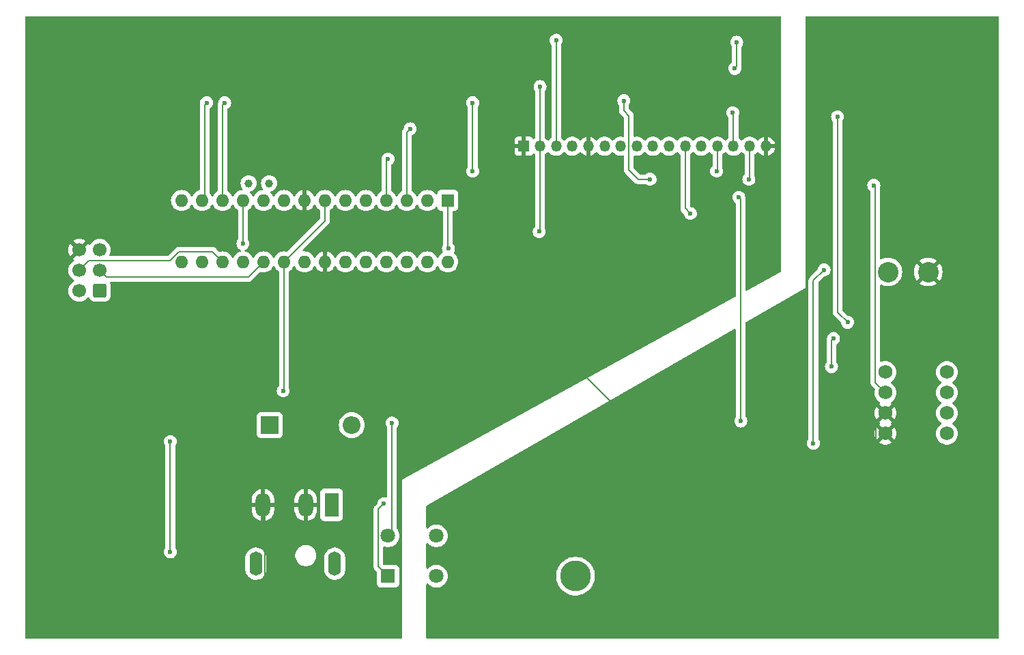
<source format=gbr>
%TF.GenerationSoftware,KiCad,Pcbnew,8.0.4*%
%TF.CreationDate,2025-05-14T15:51:55-04:00*%
%TF.ProjectId,am-receiver,616d2d72-6563-4656-9976-65722e6b6963,rev?*%
%TF.SameCoordinates,Original*%
%TF.FileFunction,Copper,L2,Bot*%
%TF.FilePolarity,Positive*%
%FSLAX46Y46*%
G04 Gerber Fmt 4.6, Leading zero omitted, Abs format (unit mm)*
G04 Created by KiCad (PCBNEW 8.0.4) date 2025-05-14 15:51:55*
%MOMM*%
%LPD*%
G01*
G04 APERTURE LIST*
G04 Aperture macros list*
%AMRoundRect*
0 Rectangle with rounded corners*
0 $1 Rounding radius*
0 $2 $3 $4 $5 $6 $7 $8 $9 X,Y pos of 4 corners*
0 Add a 4 corners polygon primitive as box body*
4,1,4,$2,$3,$4,$5,$6,$7,$8,$9,$2,$3,0*
0 Add four circle primitives for the rounded corners*
1,1,$1+$1,$2,$3*
1,1,$1+$1,$4,$5*
1,1,$1+$1,$6,$7*
1,1,$1+$1,$8,$9*
0 Add four rect primitives between the rounded corners*
20,1,$1+$1,$2,$3,$4,$5,0*
20,1,$1+$1,$4,$5,$6,$7,0*
20,1,$1+$1,$6,$7,$8,$9,0*
20,1,$1+$1,$8,$9,$2,$3,0*%
G04 Aperture macros list end*
%TA.AperFunction,ComponentPad*%
%ADD10R,1.800000X1.800000*%
%TD*%
%TA.AperFunction,ComponentPad*%
%ADD11C,1.800000*%
%TD*%
%TA.AperFunction,ComponentPad*%
%ADD12C,3.800000*%
%TD*%
%TA.AperFunction,ComponentPad*%
%ADD13RoundRect,0.250000X0.600000X0.600000X-0.600000X0.600000X-0.600000X-0.600000X0.600000X-0.600000X0*%
%TD*%
%TA.AperFunction,ComponentPad*%
%ADD14C,1.700000*%
%TD*%
%TA.AperFunction,ComponentPad*%
%ADD15C,1.727200*%
%TD*%
%TA.AperFunction,ComponentPad*%
%ADD16R,1.350000X1.350000*%
%TD*%
%TA.AperFunction,ComponentPad*%
%ADD17O,1.350000X1.350000*%
%TD*%
%TA.AperFunction,ComponentPad*%
%ADD18C,2.540000*%
%TD*%
%TA.AperFunction,ComponentPad*%
%ADD19C,1.000000*%
%TD*%
%TA.AperFunction,ComponentPad*%
%ADD20R,1.600000X1.600000*%
%TD*%
%TA.AperFunction,ComponentPad*%
%ADD21O,1.600000X1.600000*%
%TD*%
%TA.AperFunction,ComponentPad*%
%ADD22R,2.200000X2.200000*%
%TD*%
%TA.AperFunction,ComponentPad*%
%ADD23O,2.200000X2.200000*%
%TD*%
%TA.AperFunction,ComponentPad*%
%ADD24R,1.800000X3.000000*%
%TD*%
%TA.AperFunction,ComponentPad*%
%ADD25O,1.800000X3.000000*%
%TD*%
%TA.AperFunction,ComponentPad*%
%ADD26O,1.600000X3.000000*%
%TD*%
%TA.AperFunction,ViaPad*%
%ADD27C,0.600000*%
%TD*%
%TA.AperFunction,Conductor*%
%ADD28C,0.200000*%
%TD*%
G04 APERTURE END LIST*
D10*
%TO.P,SW2,1,1*%
%TO.N,Net-(J1-Pad1)*%
X129750000Y-132000000D03*
D11*
%TO.P,SW2,2,2*%
%TO.N,Net-(D2-A)*%
X129750000Y-127000000D03*
%TO.P,SW2,3,3*%
%TO.N,Net-(AE1-A)*%
X135750000Y-132000000D03*
%TO.P,SW2,4,4*%
%TO.N,Net-(C1-Pad1)*%
X135750000Y-127000000D03*
%TD*%
D12*
%TO.P,AE1,1,A*%
%TO.N,Net-(AE1-A)*%
X153000000Y-132000000D03*
%TD*%
D13*
%TO.P,J2,1,MISO*%
%TO.N,MISO*%
X94000000Y-96580000D03*
D14*
%TO.P,J2,2,VCC*%
%TO.N,Vcc*%
X91460000Y-96580000D03*
%TO.P,J2,3,SCK*%
%TO.N,SCK*%
X94000000Y-94040000D03*
%TO.P,J2,4,MOSI*%
%TO.N,MOSI*%
X91460000Y-94040000D03*
%TO.P,J2,5,~{RST}*%
%TO.N,RST*%
X94000000Y-91500000D03*
%TO.P,J2,6,GND*%
%TO.N,GND*%
X91460000Y-91500000D03*
%TD*%
D15*
%TO.P,U1,1,GAIN*%
%TO.N,unconnected-(U1-GAIN-Pad1)*%
X191440000Y-106690000D03*
%TO.P,U1,2,-*%
%TO.N,Net-(U1--)*%
X191440000Y-109230000D03*
%TO.P,U1,3,+*%
%TO.N,GND*%
X191440000Y-111770000D03*
%TO.P,U1,4,GND*%
X191440000Y-114310000D03*
%TO.P,U1,5*%
%TO.N,Net-(C4-Pad1)*%
X199060000Y-114310000D03*
%TO.P,U1,6,V+*%
%TO.N,Vcc*%
X199060000Y-111770000D03*
%TO.P,U1,7,BYPASS*%
%TO.N,unconnected-(U1-BYPASS-Pad7)*%
X199060000Y-109230000D03*
%TO.P,U1,8,GAIN*%
%TO.N,unconnected-(U1-GAIN-Pad8)*%
X199060000Y-106690000D03*
%TD*%
D16*
%TO.P,J3,1,VSS*%
%TO.N,GND*%
X146600000Y-78650000D03*
D17*
%TO.P,J3,2,VDD*%
%TO.N,Vcc*%
X148600000Y-78650000D03*
%TO.P,J3,3,VO*%
%TO.N,Net-(J3-VO)*%
X150600000Y-78650000D03*
%TO.P,J3,4,RS*%
%TO.N,Net-(J3-RS)*%
X152600000Y-78650000D03*
%TO.P,J3,5,RW*%
%TO.N,GND*%
X154600000Y-78650000D03*
%TO.P,J3,6,E*%
%TO.N,Net-(J3-E)*%
X156600000Y-78650000D03*
%TO.P,J3,7,DB0*%
%TO.N,unconnected-(J3-DB0-Pad7)*%
X158600000Y-78650000D03*
%TO.P,J3,8,DB1*%
%TO.N,unconnected-(J3-DB1-Pad8)*%
X160600000Y-78650000D03*
%TO.P,J3,9,DB2*%
%TO.N,unconnected-(J3-DB2-Pad9)*%
X162600000Y-78650000D03*
%TO.P,J3,10,DB3*%
%TO.N,unconnected-(J3-DB3-Pad10)*%
X164600000Y-78650000D03*
%TO.P,J3,11,DB4*%
%TO.N,Net-(J3-DB4)*%
X166600000Y-78650000D03*
%TO.P,J3,12,DB5*%
%TO.N,unconnected-(J3-DB5-Pad12)*%
X168600000Y-78650000D03*
%TO.P,J3,13,DB6*%
%TO.N,Net-(J3-DB6)*%
X170600000Y-78650000D03*
%TO.P,J3,14,DB7*%
%TO.N,Net-(J3-DB7)*%
X172600000Y-78650000D03*
%TO.P,J3,15,A*%
%TO.N,Net-(J3-A)*%
X174600000Y-78650000D03*
%TO.P,J3,16,K*%
%TO.N,GND*%
X176600000Y-78650000D03*
%TD*%
D18*
%TO.P,ST171,P$1*%
%TO.N,FreqRead Input*%
X191750000Y-94250000D03*
%TO.P,ST171,P$2*%
%TO.N,GND*%
X196750000Y-94250000D03*
%TD*%
D19*
%TO.P,Y1,1,1*%
%TO.N,Net-(U2-XTAL2{slash}PB7)*%
X115000000Y-83250000D03*
%TO.P,Y1,2,2*%
%TO.N,Net-(U2-XTAL1{slash}PB6)*%
X112460000Y-83250000D03*
%TD*%
D20*
%TO.P,U2,1,~{RESET}/PC6*%
%TO.N,RST*%
X137160000Y-85380000D03*
D21*
%TO.P,U2,2,PD0*%
%TO.N,unconnected-(U2-PD0-Pad2)*%
X134620000Y-85380000D03*
%TO.P,U2,3,PD1*%
%TO.N,Net-(J3-E)*%
X132080000Y-85380000D03*
%TO.P,U2,4,PD2*%
%TO.N,Net-(J3-RS)*%
X129540000Y-85380000D03*
%TO.P,U2,5,PD3*%
%TO.N,unconnected-(U2-PD3-Pad5)*%
X127000000Y-85380000D03*
%TO.P,U2,6,PD4*%
%TO.N,Net-(J3-DB4)*%
X124460000Y-85380000D03*
%TO.P,U2,7,VCC*%
%TO.N,Vcc*%
X121920000Y-85380000D03*
%TO.P,U2,8,GND*%
%TO.N,GND*%
X119380000Y-85380000D03*
%TO.P,U2,9,XTAL1/PB6*%
%TO.N,Net-(U2-XTAL1{slash}PB6)*%
X116840000Y-85380000D03*
%TO.P,U2,10,XTAL2/PB7*%
%TO.N,Net-(U2-XTAL2{slash}PB7)*%
X114300000Y-85380000D03*
%TO.P,U2,11,PD5*%
%TO.N,FreqRead Input*%
X111760000Y-85380000D03*
%TO.P,U2,12,PD6*%
%TO.N,Net-(J3-DB6)*%
X109220000Y-85380000D03*
%TO.P,U2,13,PD7*%
%TO.N,Net-(J3-DB7)*%
X106680000Y-85380000D03*
%TO.P,U2,14,PB0*%
%TO.N,unconnected-(U2-PB0-Pad14)*%
X104140000Y-85380000D03*
%TO.P,U2,15,PB1*%
%TO.N,unconnected-(U2-PB1-Pad15)*%
X104140000Y-93000000D03*
%TO.P,U2,16,PB2*%
%TO.N,unconnected-(U2-PB2-Pad16)*%
X106680000Y-93000000D03*
%TO.P,U2,17,PB3*%
%TO.N,MOSI*%
X109220000Y-93000000D03*
%TO.P,U2,18,PB4*%
%TO.N,MISO*%
X111760000Y-93000000D03*
%TO.P,U2,19,PB5*%
%TO.N,SCK*%
X114300000Y-93000000D03*
%TO.P,U2,20,AVCC*%
%TO.N,Vcc*%
X116840000Y-93000000D03*
%TO.P,U2,21,AREF*%
%TO.N,unconnected-(U2-AREF-Pad21)*%
X119380000Y-93000000D03*
%TO.P,U2,22,GND*%
%TO.N,GND*%
X121920000Y-93000000D03*
%TO.P,U2,23,PC0*%
%TO.N,unconnected-(U2-PC0-Pad23)*%
X124460000Y-93000000D03*
%TO.P,U2,24,PC1*%
%TO.N,unconnected-(U2-PC1-Pad24)*%
X127000000Y-93000000D03*
%TO.P,U2,25,PC2*%
%TO.N,unconnected-(U2-PC2-Pad25)*%
X129540000Y-93000000D03*
%TO.P,U2,26,PC3*%
%TO.N,unconnected-(U2-PC3-Pad26)*%
X132080000Y-93000000D03*
%TO.P,U2,27,PC4*%
%TO.N,unconnected-(U2-PC4-Pad27)*%
X134620000Y-93000000D03*
%TO.P,U2,28,PC5*%
%TO.N,unconnected-(U2-PC5-Pad28)*%
X137160000Y-93000000D03*
%TD*%
D22*
%TO.P,D2,1,K*%
%TO.N,Net-(D2-K)*%
X115090000Y-113250000D03*
D23*
%TO.P,D2,2,A*%
%TO.N,Net-(D2-A)*%
X125250000Y-113250000D03*
%TD*%
D24*
%TO.P,J1,1*%
%TO.N,Net-(J1-Pad1)*%
X122750000Y-123150000D03*
D25*
%TO.P,J1,2*%
%TO.N,GND*%
X114250000Y-123150000D03*
%TO.P,J1,3*%
X119550000Y-123150000D03*
D26*
%TO.P,J1,SH*%
%TO.N,N/C*%
X113350000Y-130450000D03*
X123150000Y-130450000D03*
%TD*%
D27*
%TO.N,GND*%
X121750000Y-89750000D03*
X179750000Y-106750000D03*
X190250000Y-122000000D03*
X176250000Y-67000000D03*
X155000000Y-66750000D03*
X176750000Y-101750000D03*
X202000000Y-102750000D03*
X201750000Y-73750000D03*
X86750000Y-115250000D03*
X119000000Y-89500000D03*
X114500000Y-136500000D03*
X86750000Y-91500000D03*
%TO.N,Net-(D1-K)*%
X185000000Y-102500000D03*
X186750000Y-100500000D03*
X184750000Y-106000000D03*
X185500000Y-75000000D03*
%TO.N,Net-(C4-Pad1)*%
X182500000Y-115500000D03*
X183835000Y-94000000D03*
%TO.N,Net-(D2-K)*%
X102750000Y-115300000D03*
X102750000Y-129000000D03*
%TO.N,Net-(D2-A)*%
X130250000Y-113000000D03*
%TO.N,Net-(J1-Pad1)*%
X129250000Y-123000000D03*
%TO.N,RST*%
X137250000Y-91350000D03*
%TO.N,FreqRead Input*%
X111750000Y-90750000D03*
%TO.N,Vcc*%
X162250000Y-82750000D03*
X148600000Y-71250000D03*
X173500000Y-112750000D03*
X116750000Y-109000000D03*
X148500000Y-89250000D03*
X159000000Y-73000000D03*
X173250000Y-85000000D03*
%TO.N,Net-(J3-RS)*%
X129750000Y-80250000D03*
%TO.N,Net-(J3-DB7)*%
X107250000Y-73250000D03*
X172500000Y-74500000D03*
%TO.N,Net-(J3-A)*%
X174500000Y-82750000D03*
%TO.N,Net-(J3-DB6)*%
X170500000Y-81750000D03*
X140250000Y-73250000D03*
X140250000Y-81750000D03*
X109500000Y-73250000D03*
%TO.N,Net-(J3-E)*%
X132500000Y-76500000D03*
%TO.N,Net-(J3-DB4)*%
X167250000Y-87000000D03*
%TO.N,Net-(J3-VO)*%
X173000000Y-65750000D03*
X150600000Y-65500000D03*
X172750000Y-69000000D03*
%TO.N,Net-(U1--)*%
X190000000Y-83500000D03*
%TD*%
D28*
%TO.N,GND*%
X119380000Y-89120000D02*
X119380000Y-85380000D01*
X190250000Y-122000000D02*
X190276400Y-121973600D01*
X121920000Y-93000000D02*
X121920000Y-89920000D01*
X179750000Y-104750000D02*
X179750000Y-106750000D01*
X176750000Y-101750000D02*
X179750000Y-104750000D01*
X176250000Y-67000000D02*
X176600000Y-67350000D01*
X114450000Y-123350000D02*
X114450000Y-136450000D01*
X121920000Y-89920000D02*
X121750000Y-89750000D01*
X153000000Y-106000000D02*
X158750000Y-111750000D01*
X176600000Y-67350000D02*
X176600000Y-78650000D01*
X114250000Y-123150000D02*
X119550000Y-123150000D01*
X119000000Y-89500000D02*
X119380000Y-89120000D01*
X190276400Y-121973600D02*
X190276400Y-112933600D01*
X155000000Y-66750000D02*
X154600000Y-67150000D01*
X154600000Y-67150000D02*
X154600000Y-78650000D01*
X202000000Y-102750000D02*
X202000000Y-74000000D01*
X202000000Y-74000000D02*
X201750000Y-73750000D01*
X190276400Y-112933600D02*
X191440000Y-111770000D01*
X114250000Y-123150000D02*
X114450000Y-123350000D01*
X114450000Y-136450000D02*
X114500000Y-136500000D01*
X86750000Y-91500000D02*
X86750000Y-115250000D01*
%TO.N,Net-(D1-K)*%
X185500000Y-99250000D02*
X186750000Y-100500000D01*
X184750000Y-106000000D02*
X184750000Y-102750000D01*
X184750000Y-102750000D02*
X185000000Y-102500000D01*
X185500000Y-75000000D02*
X185500000Y-99250000D01*
%TO.N,Net-(C4-Pad1)*%
X182500000Y-115500000D02*
X182500000Y-95335000D01*
X182500000Y-95335000D02*
X183835000Y-94000000D01*
%TO.N,Net-(D2-K)*%
X102750000Y-115300000D02*
X102750000Y-129000000D01*
%TO.N,Net-(D2-A)*%
X130250000Y-126500000D02*
X130250000Y-113000000D01*
X129750000Y-127000000D02*
X130250000Y-126500000D01*
%TO.N,Net-(J1-Pad1)*%
X129250000Y-123000000D02*
X128550000Y-123700000D01*
X128550000Y-123700000D02*
X128550000Y-130800000D01*
X128550000Y-130800000D02*
X129750000Y-132000000D01*
%TO.N,SCK*%
X94000000Y-94040000D02*
X94850000Y-94890000D01*
X94850000Y-94890000D02*
X112410000Y-94890000D01*
X112410000Y-94890000D02*
X114300000Y-93000000D01*
%TO.N,RST*%
X137160000Y-91260000D02*
X137160000Y-85380000D01*
X137250000Y-91350000D02*
X137160000Y-91260000D01*
%TO.N,MOSI*%
X92610000Y-92890000D02*
X102694365Y-92890000D01*
X91460000Y-94040000D02*
X92610000Y-92890000D01*
X102694365Y-92890000D02*
X103834365Y-91750000D01*
X103834365Y-91750000D02*
X107970000Y-91750000D01*
X107970000Y-91750000D02*
X109220000Y-93000000D01*
%TO.N,FreqRead Input*%
X111750000Y-90000000D02*
X111760000Y-89990000D01*
X111750000Y-90750000D02*
X111750000Y-90000000D01*
X111760000Y-89990000D02*
X111760000Y-85380000D01*
%TO.N,Vcc*%
X148600000Y-89150000D02*
X148600000Y-78650000D01*
X160750000Y-82750000D02*
X162250000Y-82750000D01*
X159000000Y-74250000D02*
X159625000Y-74875000D01*
X159000000Y-73000000D02*
X159000000Y-74250000D01*
X148600000Y-71250000D02*
X148600000Y-78650000D01*
X116840000Y-108910000D02*
X116840000Y-93000000D01*
X116750000Y-109000000D02*
X116840000Y-108910000D01*
X121920000Y-85380000D02*
X121920000Y-87920000D01*
X159625000Y-74875000D02*
X159625000Y-81625000D01*
X148500000Y-89250000D02*
X148600000Y-89150000D01*
X121920000Y-87920000D02*
X116840000Y-93000000D01*
X173500000Y-85250000D02*
X173250000Y-85000000D01*
X159625000Y-81625000D02*
X160750000Y-82750000D01*
X173500000Y-112750000D02*
X173500000Y-85250000D01*
%TO.N,Net-(J3-RS)*%
X129540000Y-85380000D02*
X129540000Y-80460000D01*
X129540000Y-80460000D02*
X129750000Y-80250000D01*
%TO.N,Net-(J3-DB7)*%
X107000000Y-73500000D02*
X107000000Y-85060000D01*
X172500000Y-74500000D02*
X172600000Y-74600000D01*
X107000000Y-85060000D02*
X106680000Y-85380000D01*
X107250000Y-73250000D02*
X107000000Y-73500000D01*
X172600000Y-74600000D02*
X172600000Y-78650000D01*
%TO.N,Net-(J3-A)*%
X174600000Y-82650000D02*
X174600000Y-78650000D01*
X174500000Y-82750000D02*
X174600000Y-82650000D01*
%TO.N,Net-(J3-DB6)*%
X109220000Y-85380000D02*
X109220000Y-73530000D01*
X109220000Y-73530000D02*
X109500000Y-73250000D01*
X170600000Y-81650000D02*
X170600000Y-78650000D01*
X140250000Y-81750000D02*
X140250000Y-73250000D01*
X170500000Y-81750000D02*
X170600000Y-81650000D01*
%TO.N,Net-(J3-E)*%
X132080000Y-85380000D02*
X132080000Y-76920000D01*
X132080000Y-76920000D02*
X132500000Y-76500000D01*
%TO.N,Net-(J3-DB4)*%
X166600000Y-86350000D02*
X166600000Y-78650000D01*
X167250000Y-87000000D02*
X166600000Y-86350000D01*
%TO.N,Net-(J3-VO)*%
X150600000Y-65500000D02*
X150600000Y-78650000D01*
X173000000Y-65750000D02*
X173000000Y-68750000D01*
X173000000Y-68750000D02*
X172750000Y-69000000D01*
%TO.N,Net-(U1--)*%
X191440000Y-109230000D02*
X190180000Y-107970000D01*
X190180000Y-107970000D02*
X190180000Y-83680000D01*
X190180000Y-83680000D02*
X190000000Y-83500000D01*
%TD*%
%TA.AperFunction,Conductor*%
%TO.N,GND*%
G36*
X205442539Y-62520185D02*
G01*
X205488294Y-62572989D01*
X205499500Y-62624500D01*
X205499500Y-139625500D01*
X205479815Y-139692539D01*
X205427011Y-139738294D01*
X205375500Y-139749500D01*
X134624000Y-139749500D01*
X134556961Y-139729815D01*
X134511206Y-139677011D01*
X134500000Y-139625500D01*
X134500000Y-133027747D01*
X134519685Y-132960708D01*
X134572489Y-132914953D01*
X134641647Y-132905009D01*
X134705203Y-132934034D01*
X134715223Y-132943758D01*
X134777893Y-133011836D01*
X134798213Y-133033910D01*
X134798222Y-133033918D01*
X134981365Y-133176464D01*
X134981371Y-133176468D01*
X134981374Y-133176470D01*
X135185497Y-133286936D01*
X135299487Y-133326068D01*
X135405015Y-133362297D01*
X135405017Y-133362297D01*
X135405019Y-133362298D01*
X135633951Y-133400500D01*
X135633952Y-133400500D01*
X135866048Y-133400500D01*
X135866049Y-133400500D01*
X136094981Y-133362298D01*
X136314503Y-133286936D01*
X136518626Y-133176470D01*
X136701784Y-133033913D01*
X136858979Y-132863153D01*
X136985924Y-132668849D01*
X137079157Y-132456300D01*
X137136134Y-132231305D01*
X137155300Y-132000000D01*
X137155300Y-131999994D01*
X150594754Y-131999994D01*
X150594754Y-132000005D01*
X150613718Y-132301446D01*
X150613719Y-132301453D01*
X150670320Y-132598164D01*
X150763659Y-132885431D01*
X150763661Y-132885436D01*
X150892265Y-133158732D01*
X150892268Y-133158738D01*
X151054111Y-133413763D01*
X151246652Y-133646505D01*
X151466836Y-133853272D01*
X151466846Y-133853280D01*
X151711193Y-134030808D01*
X151711198Y-134030810D01*
X151711205Y-134030816D01*
X151975896Y-134176332D01*
X151975901Y-134176334D01*
X151975903Y-134176335D01*
X151975904Y-134176336D01*
X152256734Y-134287524D01*
X152256737Y-134287525D01*
X152354259Y-134312564D01*
X152549302Y-134362642D01*
X152696039Y-134381179D01*
X152848963Y-134400499D01*
X152848969Y-134400499D01*
X152848973Y-134400500D01*
X152848975Y-134400500D01*
X153151025Y-134400500D01*
X153151027Y-134400500D01*
X153151032Y-134400499D01*
X153151036Y-134400499D01*
X153230591Y-134390448D01*
X153450698Y-134362642D01*
X153743262Y-134287525D01*
X153743265Y-134287524D01*
X154024095Y-134176336D01*
X154024096Y-134176335D01*
X154024094Y-134176335D01*
X154024104Y-134176332D01*
X154288795Y-134030816D01*
X154533162Y-133853274D01*
X154753349Y-133646504D01*
X154945885Y-133413768D01*
X155107733Y-133158736D01*
X155236341Y-132885430D01*
X155329681Y-132598160D01*
X155386280Y-132301457D01*
X155386281Y-132301446D01*
X155405246Y-132000005D01*
X155405246Y-131999994D01*
X155386281Y-131698553D01*
X155386280Y-131698546D01*
X155386280Y-131698543D01*
X155329681Y-131401840D01*
X155236341Y-131114570D01*
X155206239Y-131050601D01*
X155107734Y-130841267D01*
X155107733Y-130841264D01*
X154978549Y-130637702D01*
X154945888Y-130586236D01*
X154753347Y-130353494D01*
X154533163Y-130146727D01*
X154533153Y-130146719D01*
X154288806Y-129969191D01*
X154288799Y-129969186D01*
X154288795Y-129969184D01*
X154024104Y-129823668D01*
X154024101Y-129823666D01*
X154024096Y-129823664D01*
X154024095Y-129823663D01*
X153743265Y-129712475D01*
X153743262Y-129712474D01*
X153450695Y-129637357D01*
X153151036Y-129599500D01*
X153151027Y-129599500D01*
X152848973Y-129599500D01*
X152848963Y-129599500D01*
X152549304Y-129637357D01*
X152256737Y-129712474D01*
X152256734Y-129712475D01*
X151975904Y-129823663D01*
X151975903Y-129823664D01*
X151711205Y-129969184D01*
X151711193Y-129969191D01*
X151466846Y-130146719D01*
X151466836Y-130146727D01*
X151246652Y-130353494D01*
X151054111Y-130586236D01*
X150892268Y-130841261D01*
X150892265Y-130841267D01*
X150763661Y-131114563D01*
X150763659Y-131114568D01*
X150670320Y-131401835D01*
X150613719Y-131698546D01*
X150613718Y-131698553D01*
X150594754Y-131999994D01*
X137155300Y-131999994D01*
X137155300Y-131999993D01*
X137136135Y-131768702D01*
X137136133Y-131768691D01*
X137079157Y-131543699D01*
X136985924Y-131331151D01*
X136858983Y-131136852D01*
X136858980Y-131136849D01*
X136858979Y-131136847D01*
X136701784Y-130966087D01*
X136701779Y-130966083D01*
X136701777Y-130966081D01*
X136518634Y-130823535D01*
X136518628Y-130823531D01*
X136314504Y-130713064D01*
X136314495Y-130713061D01*
X136094984Y-130637702D01*
X135923282Y-130609050D01*
X135866049Y-130599500D01*
X135633951Y-130599500D01*
X135588164Y-130607140D01*
X135405015Y-130637702D01*
X135185504Y-130713061D01*
X135185495Y-130713064D01*
X134981371Y-130823531D01*
X134981365Y-130823535D01*
X134798222Y-130966081D01*
X134798219Y-130966084D01*
X134798216Y-130966086D01*
X134798216Y-130966087D01*
X134715228Y-131056235D01*
X134655343Y-131092225D01*
X134585505Y-131090125D01*
X134527889Y-131050601D01*
X134500787Y-130986202D01*
X134500000Y-130972252D01*
X134500000Y-128027747D01*
X134519685Y-127960708D01*
X134572489Y-127914953D01*
X134641647Y-127905009D01*
X134705203Y-127934034D01*
X134715223Y-127943758D01*
X134777893Y-128011836D01*
X134798213Y-128033910D01*
X134798222Y-128033918D01*
X134981365Y-128176464D01*
X134981371Y-128176468D01*
X134981374Y-128176470D01*
X135185497Y-128286936D01*
X135299487Y-128326068D01*
X135405015Y-128362297D01*
X135405017Y-128362297D01*
X135405019Y-128362298D01*
X135633951Y-128400500D01*
X135633952Y-128400500D01*
X135866048Y-128400500D01*
X135866049Y-128400500D01*
X136094981Y-128362298D01*
X136314503Y-128286936D01*
X136518626Y-128176470D01*
X136701784Y-128033913D01*
X136858979Y-127863153D01*
X136985924Y-127668849D01*
X137079157Y-127456300D01*
X137136134Y-127231305D01*
X137155300Y-127000000D01*
X137155300Y-126999993D01*
X137136135Y-126768702D01*
X137136133Y-126768691D01*
X137079157Y-126543699D01*
X136985924Y-126331151D01*
X136858983Y-126136852D01*
X136858980Y-126136849D01*
X136858979Y-126136847D01*
X136701784Y-125966087D01*
X136701779Y-125966083D01*
X136701777Y-125966081D01*
X136518634Y-125823535D01*
X136518628Y-125823531D01*
X136314504Y-125713064D01*
X136314495Y-125713061D01*
X136094984Y-125637702D01*
X135923282Y-125609050D01*
X135866049Y-125599500D01*
X135633951Y-125599500D01*
X135588164Y-125607140D01*
X135405015Y-125637702D01*
X135185504Y-125713061D01*
X135185495Y-125713064D01*
X134981371Y-125823531D01*
X134981365Y-125823535D01*
X134798222Y-125966081D01*
X134798219Y-125966084D01*
X134798216Y-125966086D01*
X134798216Y-125966087D01*
X134715228Y-126056235D01*
X134655343Y-126092225D01*
X134585505Y-126090125D01*
X134527889Y-126050601D01*
X134500787Y-125986202D01*
X134500000Y-125972252D01*
X134500000Y-123321770D01*
X134519685Y-123254731D01*
X134562233Y-123214249D01*
X147990747Y-115499996D01*
X181694435Y-115499996D01*
X181694435Y-115500003D01*
X181714630Y-115679249D01*
X181714631Y-115679254D01*
X181774211Y-115849523D01*
X181870184Y-116002262D01*
X181997738Y-116129816D01*
X182150478Y-116225789D01*
X182320745Y-116285368D01*
X182320750Y-116285369D01*
X182499996Y-116305565D01*
X182500000Y-116305565D01*
X182500004Y-116305565D01*
X182679249Y-116285369D01*
X182679252Y-116285368D01*
X182679255Y-116285368D01*
X182849522Y-116225789D01*
X183002262Y-116129816D01*
X183129816Y-116002262D01*
X183225789Y-115849522D01*
X183285368Y-115679255D01*
X183286005Y-115673600D01*
X183305565Y-115500003D01*
X183305565Y-115499996D01*
X183285369Y-115320750D01*
X183285368Y-115320745D01*
X183225788Y-115150476D01*
X183192645Y-115097730D01*
X183129816Y-114997738D01*
X183129814Y-114997736D01*
X183129813Y-114997734D01*
X183127550Y-114994896D01*
X183126659Y-114992715D01*
X183126111Y-114991842D01*
X183126264Y-114991745D01*
X183101144Y-114930209D01*
X183100500Y-114917587D01*
X183100500Y-105999996D01*
X183944435Y-105999996D01*
X183944435Y-106000003D01*
X183964630Y-106179249D01*
X183964631Y-106179254D01*
X184024211Y-106349523D01*
X184096588Y-106464710D01*
X184120184Y-106502262D01*
X184247738Y-106629816D01*
X184400478Y-106725789D01*
X184570745Y-106785368D01*
X184570750Y-106785369D01*
X184749996Y-106805565D01*
X184750000Y-106805565D01*
X184750004Y-106805565D01*
X184929249Y-106785369D01*
X184929252Y-106785368D01*
X184929255Y-106785368D01*
X185099522Y-106725789D01*
X185252262Y-106629816D01*
X185379816Y-106502262D01*
X185475789Y-106349522D01*
X185535368Y-106179255D01*
X185535369Y-106179249D01*
X185555565Y-106000003D01*
X185555565Y-105999996D01*
X185535369Y-105820750D01*
X185535368Y-105820745D01*
X185487155Y-105682960D01*
X185475789Y-105650478D01*
X185379816Y-105497738D01*
X185379814Y-105497736D01*
X185379813Y-105497734D01*
X185377550Y-105494896D01*
X185376659Y-105492715D01*
X185376111Y-105491842D01*
X185376264Y-105491745D01*
X185351144Y-105430209D01*
X185350500Y-105417587D01*
X185350500Y-103293706D01*
X185370185Y-103226667D01*
X185408529Y-103188712D01*
X185502259Y-103129818D01*
X185502259Y-103129817D01*
X185502262Y-103129816D01*
X185629816Y-103002262D01*
X185725789Y-102849522D01*
X185785368Y-102679255D01*
X185803513Y-102518215D01*
X185805565Y-102500003D01*
X185805565Y-102499996D01*
X185785369Y-102320750D01*
X185785368Y-102320745D01*
X185725788Y-102150476D01*
X185629815Y-101997737D01*
X185502262Y-101870184D01*
X185349523Y-101774211D01*
X185179254Y-101714631D01*
X185179249Y-101714630D01*
X185000004Y-101694435D01*
X184999996Y-101694435D01*
X184820750Y-101714630D01*
X184820745Y-101714631D01*
X184650476Y-101774211D01*
X184497737Y-101870184D01*
X184370184Y-101997737D01*
X184274211Y-102150476D01*
X184214631Y-102320745D01*
X184214630Y-102320749D01*
X184194844Y-102496362D01*
X184191399Y-102514571D01*
X184149499Y-102670943D01*
X184149499Y-102839046D01*
X184149500Y-102839059D01*
X184149500Y-105417587D01*
X184129815Y-105484626D01*
X184122450Y-105494896D01*
X184120186Y-105497734D01*
X184024211Y-105650476D01*
X183964631Y-105820745D01*
X183964630Y-105820750D01*
X183944435Y-105999996D01*
X183100500Y-105999996D01*
X183100500Y-95635096D01*
X183120185Y-95568057D01*
X183136815Y-95547419D01*
X183853535Y-94830698D01*
X183914856Y-94797215D01*
X183927311Y-94795163D01*
X184014255Y-94785368D01*
X184184522Y-94725789D01*
X184337262Y-94629816D01*
X184464816Y-94502262D01*
X184560789Y-94349522D01*
X184620368Y-94179255D01*
X184640565Y-94000000D01*
X184638927Y-93985464D01*
X184620369Y-93820750D01*
X184620368Y-93820745D01*
X184560788Y-93650476D01*
X184464815Y-93497737D01*
X184337262Y-93370184D01*
X184184523Y-93274211D01*
X184014254Y-93214631D01*
X184014249Y-93214630D01*
X183835004Y-93194435D01*
X183834996Y-93194435D01*
X183655750Y-93214630D01*
X183655745Y-93214631D01*
X183485476Y-93274211D01*
X183332737Y-93370184D01*
X183205184Y-93497737D01*
X183109210Y-93650478D01*
X183049630Y-93820750D01*
X183039837Y-93907668D01*
X183012770Y-93972082D01*
X183004298Y-93981465D01*
X182131286Y-94854478D01*
X182019481Y-94966282D01*
X182019475Y-94966290D01*
X181984346Y-95027137D01*
X181984346Y-95027139D01*
X181940423Y-95103214D01*
X181940423Y-95103215D01*
X181899499Y-95255943D01*
X181899499Y-95255945D01*
X181899499Y-95424046D01*
X181899500Y-95424059D01*
X181899500Y-114917587D01*
X181879815Y-114984626D01*
X181872450Y-114994896D01*
X181870186Y-114997734D01*
X181774211Y-115150476D01*
X181714631Y-115320745D01*
X181714630Y-115320750D01*
X181694435Y-115499996D01*
X147990747Y-115499996D01*
X172713735Y-101297428D01*
X172781668Y-101281104D01*
X172847646Y-101304098D01*
X172890717Y-101359113D01*
X172899500Y-101404950D01*
X172899500Y-112167587D01*
X172879815Y-112234626D01*
X172872450Y-112244896D01*
X172870186Y-112247734D01*
X172774211Y-112400476D01*
X172714631Y-112570745D01*
X172714630Y-112570750D01*
X172694435Y-112749996D01*
X172694435Y-112750003D01*
X172714630Y-112929249D01*
X172714631Y-112929254D01*
X172774211Y-113099523D01*
X172870184Y-113252262D01*
X172997738Y-113379816D01*
X173088080Y-113436582D01*
X173140123Y-113469283D01*
X173150478Y-113475789D01*
X173320745Y-113535368D01*
X173320750Y-113535369D01*
X173499996Y-113555565D01*
X173500000Y-113555565D01*
X173500004Y-113555565D01*
X173679249Y-113535369D01*
X173679252Y-113535368D01*
X173679255Y-113535368D01*
X173849522Y-113475789D01*
X174002262Y-113379816D01*
X174129816Y-113252262D01*
X174225789Y-113099522D01*
X174285368Y-112929255D01*
X174286873Y-112915899D01*
X174305565Y-112750003D01*
X174305565Y-112749996D01*
X174285369Y-112570750D01*
X174285368Y-112570745D01*
X174233133Y-112421466D01*
X174225789Y-112400478D01*
X174129816Y-112247738D01*
X174129814Y-112247736D01*
X174129813Y-112247734D01*
X174127550Y-112244896D01*
X174126659Y-112242715D01*
X174126111Y-112241842D01*
X174126264Y-112241745D01*
X174101144Y-112180209D01*
X174100500Y-112167587D01*
X174100500Y-100572546D01*
X174120185Y-100505507D01*
X174162731Y-100465026D01*
X181500000Y-96250000D01*
X181500000Y-74999996D01*
X184694435Y-74999996D01*
X184694435Y-75000003D01*
X184714630Y-75179249D01*
X184714631Y-75179254D01*
X184774211Y-75349523D01*
X184870185Y-75502263D01*
X184872445Y-75505097D01*
X184873334Y-75507275D01*
X184873889Y-75508158D01*
X184873734Y-75508255D01*
X184898855Y-75569783D01*
X184899500Y-75582412D01*
X184899500Y-99163330D01*
X184899499Y-99163348D01*
X184899499Y-99329054D01*
X184899498Y-99329054D01*
X184940423Y-99481785D01*
X184969358Y-99531900D01*
X184969359Y-99531904D01*
X184969360Y-99531904D01*
X185019479Y-99618714D01*
X185019481Y-99618717D01*
X185138349Y-99737585D01*
X185138355Y-99737590D01*
X185919298Y-100518533D01*
X185952783Y-100579856D01*
X185954837Y-100592330D01*
X185964630Y-100679249D01*
X186024210Y-100849521D01*
X186120184Y-101002262D01*
X186247738Y-101129816D01*
X186400478Y-101225789D01*
X186558559Y-101281104D01*
X186570745Y-101285368D01*
X186570750Y-101285369D01*
X186749996Y-101305565D01*
X186750000Y-101305565D01*
X186750004Y-101305565D01*
X186929249Y-101285369D01*
X186929252Y-101285368D01*
X186929255Y-101285368D01*
X187099522Y-101225789D01*
X187252262Y-101129816D01*
X187379816Y-101002262D01*
X187475789Y-100849522D01*
X187535368Y-100679255D01*
X187545162Y-100592330D01*
X187555565Y-100500003D01*
X187555565Y-100499996D01*
X187535369Y-100320750D01*
X187535368Y-100320745D01*
X187475788Y-100150476D01*
X187379815Y-99997737D01*
X187252262Y-99870184D01*
X187099521Y-99774210D01*
X186929249Y-99714630D01*
X186842330Y-99704837D01*
X186777916Y-99677770D01*
X186768533Y-99669298D01*
X186136819Y-99037584D01*
X186103334Y-98976261D01*
X186100500Y-98949903D01*
X186100500Y-83499996D01*
X189194435Y-83499996D01*
X189194435Y-83500003D01*
X189214630Y-83679249D01*
X189214631Y-83679254D01*
X189274211Y-83849523D01*
X189370184Y-84002262D01*
X189497738Y-84129816D01*
X189521471Y-84144728D01*
X189567762Y-84197061D01*
X189579500Y-84249722D01*
X189579500Y-107883330D01*
X189579499Y-107883348D01*
X189579499Y-108049054D01*
X189579498Y-108049054D01*
X189588891Y-108084107D01*
X189620423Y-108201785D01*
X189632649Y-108222960D01*
X189677203Y-108300130D01*
X189699479Y-108338715D01*
X189818349Y-108457585D01*
X189818355Y-108457590D01*
X190095757Y-108734992D01*
X190129242Y-108796315D01*
X190128282Y-108853113D01*
X190089892Y-109004710D01*
X190071225Y-109229993D01*
X190071225Y-109230006D01*
X190089892Y-109455289D01*
X190145388Y-109674439D01*
X190236198Y-109881466D01*
X190359842Y-110070716D01*
X190359850Y-110070727D01*
X190512950Y-110237036D01*
X190512954Y-110237040D01*
X190691351Y-110375893D01*
X190691353Y-110375894D01*
X190691360Y-110375899D01*
X190719689Y-110391229D01*
X190769280Y-110440447D01*
X190784390Y-110508664D01*
X190760220Y-110574220D01*
X190719694Y-110609337D01*
X190691629Y-110624525D01*
X190691623Y-110624530D01*
X190667139Y-110643585D01*
X190667139Y-110643587D01*
X191387153Y-111363600D01*
X191386496Y-111363600D01*
X191283135Y-111391295D01*
X191190464Y-111444799D01*
X191114799Y-111520464D01*
X191061295Y-111613135D01*
X191033600Y-111716496D01*
X191033600Y-111717153D01*
X190315110Y-110998663D01*
X190236639Y-111118774D01*
X190145863Y-111325721D01*
X190090388Y-111544786D01*
X190090386Y-111544797D01*
X190071727Y-111769993D01*
X190071727Y-111770006D01*
X190090386Y-111995202D01*
X190090388Y-111995213D01*
X190145863Y-112214278D01*
X190236638Y-112421222D01*
X190315111Y-112541334D01*
X191033600Y-111822846D01*
X191033600Y-111823504D01*
X191061295Y-111926865D01*
X191114799Y-112019536D01*
X191190464Y-112095201D01*
X191283135Y-112148705D01*
X191386496Y-112176400D01*
X191387153Y-112176400D01*
X190667139Y-112896412D01*
X190691629Y-112915474D01*
X190691631Y-112915475D01*
X190720218Y-112930946D01*
X190769808Y-112980166D01*
X190784915Y-113048383D01*
X190760744Y-113113938D01*
X190720218Y-113149054D01*
X190691629Y-113164525D01*
X190691623Y-113164530D01*
X190667139Y-113183585D01*
X190667139Y-113183587D01*
X191387153Y-113903600D01*
X191386496Y-113903600D01*
X191283135Y-113931295D01*
X191190464Y-113984799D01*
X191114799Y-114060464D01*
X191061295Y-114153135D01*
X191033600Y-114256496D01*
X191033600Y-114257153D01*
X190315110Y-113538663D01*
X190236639Y-113658774D01*
X190145863Y-113865721D01*
X190090388Y-114084786D01*
X190090386Y-114084797D01*
X190071727Y-114309993D01*
X190071727Y-114310006D01*
X190090386Y-114535202D01*
X190090388Y-114535213D01*
X190145863Y-114754278D01*
X190236638Y-114961222D01*
X190315111Y-115081334D01*
X191033600Y-114362846D01*
X191033600Y-114363504D01*
X191061295Y-114466865D01*
X191114799Y-114559536D01*
X191190464Y-114635201D01*
X191283135Y-114688705D01*
X191386496Y-114716400D01*
X191387153Y-114716400D01*
X190667139Y-115436412D01*
X190691628Y-115455472D01*
X190890369Y-115563027D01*
X190890375Y-115563029D01*
X191104106Y-115636403D01*
X191327010Y-115673600D01*
X191552990Y-115673600D01*
X191775893Y-115636403D01*
X191989624Y-115563029D01*
X191989639Y-115563022D01*
X192188367Y-115455475D01*
X192188377Y-115455468D01*
X192212859Y-115436413D01*
X192212860Y-115436412D01*
X191492847Y-114716400D01*
X191493504Y-114716400D01*
X191596865Y-114688705D01*
X191689536Y-114635201D01*
X191765201Y-114559536D01*
X191818705Y-114466865D01*
X191846400Y-114363504D01*
X191846400Y-114362848D01*
X192564887Y-115081335D01*
X192643359Y-114961227D01*
X192734136Y-114754278D01*
X192789611Y-114535213D01*
X192789613Y-114535202D01*
X192808273Y-114310006D01*
X192808273Y-114309993D01*
X192789613Y-114084797D01*
X192789611Y-114084786D01*
X192734136Y-113865721D01*
X192643361Y-113658777D01*
X192564887Y-113538663D01*
X191846400Y-114257151D01*
X191846400Y-114256496D01*
X191818705Y-114153135D01*
X191765201Y-114060464D01*
X191689536Y-113984799D01*
X191596865Y-113931295D01*
X191493504Y-113903600D01*
X191492848Y-113903600D01*
X192212859Y-113183586D01*
X192212859Y-113183584D01*
X192188382Y-113164533D01*
X192188371Y-113164526D01*
X192159780Y-113149053D01*
X192110190Y-113099833D01*
X192095083Y-113031616D01*
X192119254Y-112966061D01*
X192159784Y-112930943D01*
X192188372Y-112915472D01*
X192188377Y-112915468D01*
X192212859Y-112896413D01*
X192212860Y-112896412D01*
X191492847Y-112176400D01*
X191493504Y-112176400D01*
X191596865Y-112148705D01*
X191689536Y-112095201D01*
X191765201Y-112019536D01*
X191818705Y-111926865D01*
X191846400Y-111823504D01*
X191846400Y-111822848D01*
X192564887Y-112541335D01*
X192643359Y-112421227D01*
X192734136Y-112214278D01*
X192789611Y-111995213D01*
X192789613Y-111995202D01*
X192808273Y-111770006D01*
X192808273Y-111769993D01*
X192789613Y-111544797D01*
X192789611Y-111544786D01*
X192734136Y-111325721D01*
X192643361Y-111118777D01*
X192564887Y-110998663D01*
X191846400Y-111717151D01*
X191846400Y-111716496D01*
X191818705Y-111613135D01*
X191765201Y-111520464D01*
X191689536Y-111444799D01*
X191596865Y-111391295D01*
X191493504Y-111363600D01*
X191492848Y-111363600D01*
X192212859Y-110643586D01*
X192212859Y-110643584D01*
X192188382Y-110624533D01*
X192188371Y-110624526D01*
X192160307Y-110609338D01*
X192110717Y-110560117D01*
X192095610Y-110491901D01*
X192119782Y-110426345D01*
X192160308Y-110391230D01*
X192188649Y-110375893D01*
X192367046Y-110237040D01*
X192520156Y-110070719D01*
X192643802Y-109881465D01*
X192734611Y-109674441D01*
X192790107Y-109455293D01*
X192808775Y-109230000D01*
X192808775Y-109229993D01*
X192790107Y-109004710D01*
X192790107Y-109004707D01*
X192734611Y-108785559D01*
X192643802Y-108578535D01*
X192520156Y-108389281D01*
X192520153Y-108389278D01*
X192520149Y-108389272D01*
X192367046Y-108222960D01*
X192188649Y-108084107D01*
X192188647Y-108084106D01*
X192188646Y-108084105D01*
X192188639Y-108084100D01*
X192160836Y-108069055D01*
X192111244Y-108019837D01*
X192096135Y-107951620D01*
X192120306Y-107886064D01*
X192160836Y-107850945D01*
X192188639Y-107835899D01*
X192188642Y-107835896D01*
X192188649Y-107835893D01*
X192367046Y-107697040D01*
X192520156Y-107530719D01*
X192643802Y-107341465D01*
X192734611Y-107134441D01*
X192790107Y-106915293D01*
X192800873Y-106785368D01*
X192808775Y-106690006D01*
X192808775Y-106689993D01*
X197691225Y-106689993D01*
X197691225Y-106690006D01*
X197709892Y-106915289D01*
X197765388Y-107134439D01*
X197856198Y-107341466D01*
X197979842Y-107530716D01*
X197979850Y-107530727D01*
X198132950Y-107697036D01*
X198132954Y-107697040D01*
X198311351Y-107835893D01*
X198339165Y-107850945D01*
X198388755Y-107900165D01*
X198403863Y-107968382D01*
X198379692Y-108033937D01*
X198339165Y-108069055D01*
X198311352Y-108084106D01*
X198132955Y-108222959D01*
X198132954Y-108222960D01*
X197979850Y-108389272D01*
X197979842Y-108389283D01*
X197856198Y-108578533D01*
X197765388Y-108785560D01*
X197709892Y-109004710D01*
X197691225Y-109229993D01*
X197691225Y-109230006D01*
X197709892Y-109455289D01*
X197765388Y-109674439D01*
X197856198Y-109881466D01*
X197979842Y-110070716D01*
X197979850Y-110070727D01*
X198132950Y-110237036D01*
X198132954Y-110237040D01*
X198311351Y-110375893D01*
X198339165Y-110390945D01*
X198388755Y-110440165D01*
X198403863Y-110508382D01*
X198379692Y-110573937D01*
X198339165Y-110609055D01*
X198311352Y-110624106D01*
X198132955Y-110762959D01*
X198132950Y-110762963D01*
X197979850Y-110929272D01*
X197979842Y-110929283D01*
X197856198Y-111118533D01*
X197765388Y-111325560D01*
X197709892Y-111544710D01*
X197691225Y-111769993D01*
X197691225Y-111770006D01*
X197709892Y-111995289D01*
X197765388Y-112214439D01*
X197856198Y-112421466D01*
X197979842Y-112610716D01*
X197979850Y-112610727D01*
X198132950Y-112777036D01*
X198132954Y-112777040D01*
X198311351Y-112915893D01*
X198336031Y-112929249D01*
X198339165Y-112930945D01*
X198388755Y-112980165D01*
X198403863Y-113048382D01*
X198379692Y-113113937D01*
X198339165Y-113149055D01*
X198311352Y-113164106D01*
X198132955Y-113302959D01*
X198132950Y-113302963D01*
X197979850Y-113469272D01*
X197979842Y-113469283D01*
X197856198Y-113658533D01*
X197765388Y-113865560D01*
X197709892Y-114084710D01*
X197691225Y-114309993D01*
X197691225Y-114310006D01*
X197709892Y-114535289D01*
X197765388Y-114754439D01*
X197856198Y-114961466D01*
X197979842Y-115150716D01*
X197979850Y-115150727D01*
X198132950Y-115317036D01*
X198132954Y-115317040D01*
X198311351Y-115455893D01*
X198510169Y-115563488D01*
X198510172Y-115563489D01*
X198723982Y-115636890D01*
X198723984Y-115636890D01*
X198723986Y-115636891D01*
X198946967Y-115674100D01*
X198946968Y-115674100D01*
X199173032Y-115674100D01*
X199173033Y-115674100D01*
X199396014Y-115636891D01*
X199609831Y-115563488D01*
X199808649Y-115455893D01*
X199987046Y-115317040D01*
X200140156Y-115150719D01*
X200263802Y-114961465D01*
X200354611Y-114754441D01*
X200410107Y-114535293D01*
X200428775Y-114310000D01*
X200428775Y-114309999D01*
X200428775Y-114309993D01*
X200410114Y-114084797D01*
X200410107Y-114084707D01*
X200354611Y-113865559D01*
X200263802Y-113658535D01*
X200140156Y-113469281D01*
X200140153Y-113469278D01*
X200140149Y-113469272D01*
X199987049Y-113302963D01*
X199987048Y-113302962D01*
X199987046Y-113302960D01*
X199808649Y-113164107D01*
X199808647Y-113164106D01*
X199808646Y-113164105D01*
X199808639Y-113164100D01*
X199780836Y-113149055D01*
X199731244Y-113099837D01*
X199716135Y-113031620D01*
X199740306Y-112966064D01*
X199780836Y-112930945D01*
X199808639Y-112915899D01*
X199808642Y-112915896D01*
X199808649Y-112915893D01*
X199987046Y-112777040D01*
X200140156Y-112610719D01*
X200263802Y-112421465D01*
X200354611Y-112214441D01*
X200410107Y-111995293D01*
X200428775Y-111770000D01*
X200428775Y-111769999D01*
X200428775Y-111769993D01*
X200410114Y-111544797D01*
X200410107Y-111544707D01*
X200354611Y-111325559D01*
X200263802Y-111118535D01*
X200140156Y-110929281D01*
X200140153Y-110929278D01*
X200140149Y-110929272D01*
X199987049Y-110762963D01*
X199987048Y-110762962D01*
X199987046Y-110762960D01*
X199808649Y-110624107D01*
X199808647Y-110624106D01*
X199808646Y-110624105D01*
X199808639Y-110624100D01*
X199780836Y-110609055D01*
X199731244Y-110559837D01*
X199716135Y-110491620D01*
X199740306Y-110426064D01*
X199780836Y-110390945D01*
X199808639Y-110375899D01*
X199808645Y-110375895D01*
X199808649Y-110375893D01*
X199987046Y-110237040D01*
X200140156Y-110070719D01*
X200263802Y-109881465D01*
X200354611Y-109674441D01*
X200410107Y-109455293D01*
X200428775Y-109230000D01*
X200428775Y-109229993D01*
X200410107Y-109004710D01*
X200410107Y-109004707D01*
X200354611Y-108785559D01*
X200263802Y-108578535D01*
X200140156Y-108389281D01*
X200140153Y-108389278D01*
X200140149Y-108389272D01*
X199987046Y-108222960D01*
X199808649Y-108084107D01*
X199808647Y-108084106D01*
X199808646Y-108084105D01*
X199808639Y-108084100D01*
X199780836Y-108069055D01*
X199731244Y-108019837D01*
X199716135Y-107951620D01*
X199740306Y-107886064D01*
X199780836Y-107850945D01*
X199808639Y-107835899D01*
X199808642Y-107835896D01*
X199808649Y-107835893D01*
X199987046Y-107697040D01*
X200140156Y-107530719D01*
X200263802Y-107341465D01*
X200354611Y-107134441D01*
X200410107Y-106915293D01*
X200420873Y-106785368D01*
X200428775Y-106690006D01*
X200428775Y-106689993D01*
X200410107Y-106464710D01*
X200410107Y-106464707D01*
X200354611Y-106245559D01*
X200263802Y-106038535D01*
X200140156Y-105849281D01*
X200140153Y-105849278D01*
X200140149Y-105849272D01*
X199987049Y-105682963D01*
X199987048Y-105682962D01*
X199987046Y-105682960D01*
X199808649Y-105544107D01*
X199722967Y-105497738D01*
X199609832Y-105436512D01*
X199609827Y-105436510D01*
X199396017Y-105363109D01*
X199228778Y-105335202D01*
X199173033Y-105325900D01*
X198946967Y-105325900D01*
X198902370Y-105333341D01*
X198723982Y-105363109D01*
X198510172Y-105436510D01*
X198510167Y-105436512D01*
X198311352Y-105544106D01*
X198132955Y-105682959D01*
X198132950Y-105682963D01*
X197979850Y-105849272D01*
X197979842Y-105849283D01*
X197856198Y-106038533D01*
X197765388Y-106245560D01*
X197709892Y-106464710D01*
X197691225Y-106689993D01*
X192808775Y-106689993D01*
X192790107Y-106464710D01*
X192790107Y-106464707D01*
X192734611Y-106245559D01*
X192643802Y-106038535D01*
X192520156Y-105849281D01*
X192520153Y-105849278D01*
X192520149Y-105849272D01*
X192367049Y-105682963D01*
X192367048Y-105682962D01*
X192367046Y-105682960D01*
X192188649Y-105544107D01*
X192102967Y-105497738D01*
X191989832Y-105436512D01*
X191989827Y-105436510D01*
X191776017Y-105363109D01*
X191608778Y-105335202D01*
X191553033Y-105325900D01*
X191326967Y-105325900D01*
X191295112Y-105331215D01*
X191103980Y-105363109D01*
X190944762Y-105417769D01*
X190874964Y-105420919D01*
X190814543Y-105385832D01*
X190782682Y-105323650D01*
X190780500Y-105300488D01*
X190780500Y-95945565D01*
X190800185Y-95878526D01*
X190852989Y-95832771D01*
X190922147Y-95822827D01*
X190958298Y-95833843D01*
X191101350Y-95902734D01*
X191354922Y-95980950D01*
X191354923Y-95980950D01*
X191354926Y-95980951D01*
X191617311Y-96020499D01*
X191617316Y-96020499D01*
X191617319Y-96020500D01*
X191617320Y-96020500D01*
X191882680Y-96020500D01*
X191882681Y-96020500D01*
X191882688Y-96020499D01*
X192145073Y-95980951D01*
X192145074Y-95980950D01*
X192145078Y-95980950D01*
X192398650Y-95902734D01*
X192637733Y-95787598D01*
X192856984Y-95638114D01*
X193051508Y-95457623D01*
X193216958Y-95250155D01*
X193349639Y-95020345D01*
X193446586Y-94773327D01*
X193505635Y-94514619D01*
X193505641Y-94514540D01*
X193525465Y-94250004D01*
X193525465Y-94249995D01*
X194975037Y-94249995D01*
X194975037Y-94250004D01*
X194994860Y-94514535D01*
X194994861Y-94514540D01*
X195053890Y-94773166D01*
X195053896Y-94773185D01*
X195150814Y-95020128D01*
X195150813Y-95020128D01*
X195283457Y-95249871D01*
X195333642Y-95312803D01*
X195333643Y-95312803D01*
X196267037Y-94379409D01*
X196284075Y-94442993D01*
X196349901Y-94557007D01*
X196442993Y-94650099D01*
X196557007Y-94715925D01*
X196620590Y-94732962D01*
X195686438Y-95667112D01*
X195862525Y-95787166D01*
X195862526Y-95787167D01*
X196101530Y-95902264D01*
X196101528Y-95902264D01*
X196355025Y-95980458D01*
X196355031Y-95980459D01*
X196617351Y-96019999D01*
X196617358Y-96020000D01*
X196882642Y-96020000D01*
X196882648Y-96019999D01*
X197144968Y-95980459D01*
X197144974Y-95980458D01*
X197398470Y-95902264D01*
X197637479Y-95787164D01*
X197813560Y-95667112D01*
X196879409Y-94732962D01*
X196942993Y-94715925D01*
X197057007Y-94650099D01*
X197150099Y-94557007D01*
X197215925Y-94442993D01*
X197232962Y-94379409D01*
X198166355Y-95312803D01*
X198166356Y-95312802D01*
X198216545Y-95249869D01*
X198349185Y-95020128D01*
X198446103Y-94773185D01*
X198446109Y-94773166D01*
X198505138Y-94514540D01*
X198505139Y-94514535D01*
X198524963Y-94250004D01*
X198524963Y-94249995D01*
X198505139Y-93985464D01*
X198505138Y-93985459D01*
X198446109Y-93726833D01*
X198446103Y-93726814D01*
X198349185Y-93479871D01*
X198349186Y-93479871D01*
X198216543Y-93250129D01*
X198216536Y-93250118D01*
X198166356Y-93187196D01*
X198166355Y-93187195D01*
X197232962Y-94120589D01*
X197215925Y-94057007D01*
X197150099Y-93942993D01*
X197057007Y-93849901D01*
X196942993Y-93784075D01*
X196879410Y-93767037D01*
X197813560Y-92832886D01*
X197637484Y-92712839D01*
X197637474Y-92712832D01*
X197398469Y-92597735D01*
X197398471Y-92597735D01*
X197144974Y-92519541D01*
X197144968Y-92519540D01*
X196882648Y-92480000D01*
X196617351Y-92480000D01*
X196355031Y-92519540D01*
X196355025Y-92519541D01*
X196101529Y-92597735D01*
X195862526Y-92712832D01*
X195862518Y-92712837D01*
X195686438Y-92832886D01*
X196620590Y-93767037D01*
X196557007Y-93784075D01*
X196442993Y-93849901D01*
X196349901Y-93942993D01*
X196284075Y-94057007D01*
X196267037Y-94120590D01*
X195333643Y-93187196D01*
X195283456Y-93250128D01*
X195150814Y-93479871D01*
X195053896Y-93726814D01*
X195053890Y-93726833D01*
X194994861Y-93985459D01*
X194994860Y-93985464D01*
X194975037Y-94249995D01*
X193525465Y-94249995D01*
X193505636Y-93985390D01*
X193505635Y-93985385D01*
X193505635Y-93985381D01*
X193446586Y-93726673D01*
X193349639Y-93479655D01*
X193216958Y-93249845D01*
X193051508Y-93042377D01*
X192856984Y-92861886D01*
X192641480Y-92714957D01*
X192637736Y-92712404D01*
X192637725Y-92712397D01*
X192398655Y-92597268D01*
X192398636Y-92597261D01*
X192145083Y-92519051D01*
X192145073Y-92519048D01*
X191882688Y-92479500D01*
X191882681Y-92479500D01*
X191617319Y-92479500D01*
X191617311Y-92479500D01*
X191354926Y-92519048D01*
X191354916Y-92519051D01*
X191101363Y-92597261D01*
X191101344Y-92597268D01*
X190958301Y-92666154D01*
X190889360Y-92677506D01*
X190825225Y-92649784D01*
X190786260Y-92591788D01*
X190780500Y-92554434D01*
X190780500Y-83714236D01*
X190785237Y-83686366D01*
X190783819Y-83686043D01*
X190785369Y-83679252D01*
X190805565Y-83500003D01*
X190805565Y-83499996D01*
X190785369Y-83320750D01*
X190785368Y-83320745D01*
X190725788Y-83150476D01*
X190629815Y-82997737D01*
X190502262Y-82870184D01*
X190349523Y-82774211D01*
X190179254Y-82714631D01*
X190179249Y-82714630D01*
X190000004Y-82694435D01*
X189999996Y-82694435D01*
X189820750Y-82714630D01*
X189820745Y-82714631D01*
X189650476Y-82774211D01*
X189497737Y-82870184D01*
X189370184Y-82997737D01*
X189274211Y-83150476D01*
X189214631Y-83320745D01*
X189214630Y-83320750D01*
X189194435Y-83499996D01*
X186100500Y-83499996D01*
X186100500Y-75582412D01*
X186120185Y-75515373D01*
X186127555Y-75505097D01*
X186129810Y-75502267D01*
X186129816Y-75502262D01*
X186225789Y-75349522D01*
X186285368Y-75179255D01*
X186290814Y-75130923D01*
X186305565Y-75000003D01*
X186305565Y-74999996D01*
X186285369Y-74820750D01*
X186285368Y-74820745D01*
X186253797Y-74730520D01*
X186225789Y-74650478D01*
X186129816Y-74497738D01*
X186002262Y-74370184D01*
X185936809Y-74329057D01*
X185849523Y-74274211D01*
X185679254Y-74214631D01*
X185679249Y-74214630D01*
X185500004Y-74194435D01*
X185499996Y-74194435D01*
X185320750Y-74214630D01*
X185320745Y-74214631D01*
X185150476Y-74274211D01*
X184997737Y-74370184D01*
X184870184Y-74497737D01*
X184774211Y-74650476D01*
X184714631Y-74820745D01*
X184714630Y-74820750D01*
X184694435Y-74999996D01*
X181500000Y-74999996D01*
X181500000Y-62624500D01*
X181519685Y-62557461D01*
X181572489Y-62511706D01*
X181624000Y-62500500D01*
X205375500Y-62500500D01*
X205442539Y-62520185D01*
G37*
%TD.AperFunction*%
%TD*%
%TA.AperFunction,Conductor*%
%TO.N,GND*%
G36*
X133417865Y-85923348D02*
G01*
X133462382Y-85974725D01*
X133489429Y-86032728D01*
X133489432Y-86032734D01*
X133619954Y-86219141D01*
X133780858Y-86380045D01*
X133780861Y-86380047D01*
X133967266Y-86510568D01*
X134173504Y-86606739D01*
X134393308Y-86665635D01*
X134555230Y-86679801D01*
X134619998Y-86685468D01*
X134620000Y-86685468D01*
X134620002Y-86685468D01*
X134676807Y-86680498D01*
X134846692Y-86665635D01*
X135066496Y-86606739D01*
X135272734Y-86510568D01*
X135459139Y-86380047D01*
X135620047Y-86219139D01*
X135637272Y-86194539D01*
X135691848Y-86150913D01*
X135761346Y-86143718D01*
X135823701Y-86175239D01*
X135859116Y-86235468D01*
X135862138Y-86252406D01*
X135865908Y-86287483D01*
X135916202Y-86422328D01*
X135916206Y-86422335D01*
X136002452Y-86537544D01*
X136002455Y-86537547D01*
X136117664Y-86623793D01*
X136117671Y-86623797D01*
X136162618Y-86640561D01*
X136252517Y-86674091D01*
X136312127Y-86680500D01*
X136435500Y-86680499D01*
X136502539Y-86700183D01*
X136548294Y-86752987D01*
X136559500Y-86804499D01*
X136559500Y-90908592D01*
X136540494Y-90974564D01*
X136524209Y-91000481D01*
X136464633Y-91170737D01*
X136464630Y-91170750D01*
X136444435Y-91349996D01*
X136444435Y-91350003D01*
X136464630Y-91529249D01*
X136464633Y-91529262D01*
X136524209Y-91699518D01*
X136524210Y-91699520D01*
X136524211Y-91699522D01*
X136525630Y-91701780D01*
X136530415Y-91709396D01*
X136549413Y-91776634D01*
X136529043Y-91843468D01*
X136496542Y-91876940D01*
X136320859Y-91999953D01*
X136159954Y-92160858D01*
X136029432Y-92347265D01*
X136029431Y-92347267D01*
X136002382Y-92405275D01*
X135956209Y-92457714D01*
X135889016Y-92476866D01*
X135822135Y-92456650D01*
X135777618Y-92405275D01*
X135750686Y-92347520D01*
X135750568Y-92347266D01*
X135620047Y-92160861D01*
X135620045Y-92160858D01*
X135459141Y-91999954D01*
X135272734Y-91869432D01*
X135272732Y-91869431D01*
X135066497Y-91773261D01*
X135066488Y-91773258D01*
X134846697Y-91714366D01*
X134846693Y-91714365D01*
X134846692Y-91714365D01*
X134846691Y-91714364D01*
X134846686Y-91714364D01*
X134620002Y-91694532D01*
X134619998Y-91694532D01*
X134393313Y-91714364D01*
X134393302Y-91714366D01*
X134173511Y-91773258D01*
X134173502Y-91773261D01*
X133967267Y-91869431D01*
X133967265Y-91869432D01*
X133780858Y-91999954D01*
X133619954Y-92160858D01*
X133489432Y-92347265D01*
X133489431Y-92347267D01*
X133462382Y-92405275D01*
X133416209Y-92457714D01*
X133349016Y-92476866D01*
X133282135Y-92456650D01*
X133237618Y-92405275D01*
X133210686Y-92347520D01*
X133210568Y-92347266D01*
X133080047Y-92160861D01*
X133080045Y-92160858D01*
X132919141Y-91999954D01*
X132732734Y-91869432D01*
X132732732Y-91869431D01*
X132526497Y-91773261D01*
X132526488Y-91773258D01*
X132306697Y-91714366D01*
X132306693Y-91714365D01*
X132306692Y-91714365D01*
X132306691Y-91714364D01*
X132306686Y-91714364D01*
X132080002Y-91694532D01*
X132079998Y-91694532D01*
X131853313Y-91714364D01*
X131853302Y-91714366D01*
X131633511Y-91773258D01*
X131633502Y-91773261D01*
X131427267Y-91869431D01*
X131427265Y-91869432D01*
X131240858Y-91999954D01*
X131079954Y-92160858D01*
X130949432Y-92347265D01*
X130949431Y-92347267D01*
X130922382Y-92405275D01*
X130876209Y-92457714D01*
X130809016Y-92476866D01*
X130742135Y-92456650D01*
X130697618Y-92405275D01*
X130670686Y-92347520D01*
X130670568Y-92347266D01*
X130540047Y-92160861D01*
X130540045Y-92160858D01*
X130379141Y-91999954D01*
X130192734Y-91869432D01*
X130192732Y-91869431D01*
X129986497Y-91773261D01*
X129986488Y-91773258D01*
X129766697Y-91714366D01*
X129766693Y-91714365D01*
X129766692Y-91714365D01*
X129766691Y-91714364D01*
X129766686Y-91714364D01*
X129540002Y-91694532D01*
X129539998Y-91694532D01*
X129313313Y-91714364D01*
X129313302Y-91714366D01*
X129093511Y-91773258D01*
X129093502Y-91773261D01*
X128887267Y-91869431D01*
X128887265Y-91869432D01*
X128700858Y-91999954D01*
X128539954Y-92160858D01*
X128409432Y-92347265D01*
X128409431Y-92347267D01*
X128382382Y-92405275D01*
X128336209Y-92457714D01*
X128269016Y-92476866D01*
X128202135Y-92456650D01*
X128157618Y-92405275D01*
X128130686Y-92347520D01*
X128130568Y-92347266D01*
X128000047Y-92160861D01*
X128000045Y-92160858D01*
X127839141Y-91999954D01*
X127652734Y-91869432D01*
X127652732Y-91869431D01*
X127446497Y-91773261D01*
X127446488Y-91773258D01*
X127226697Y-91714366D01*
X127226693Y-91714365D01*
X127226692Y-91714365D01*
X127226691Y-91714364D01*
X127226686Y-91714364D01*
X127000002Y-91694532D01*
X126999998Y-91694532D01*
X126773313Y-91714364D01*
X126773302Y-91714366D01*
X126553511Y-91773258D01*
X126553502Y-91773261D01*
X126347267Y-91869431D01*
X126347265Y-91869432D01*
X126160858Y-91999954D01*
X125999954Y-92160858D01*
X125869432Y-92347265D01*
X125869431Y-92347267D01*
X125842382Y-92405275D01*
X125796209Y-92457714D01*
X125729016Y-92476866D01*
X125662135Y-92456650D01*
X125617618Y-92405275D01*
X125590686Y-92347520D01*
X125590568Y-92347266D01*
X125460047Y-92160861D01*
X125460045Y-92160858D01*
X125299141Y-91999954D01*
X125112734Y-91869432D01*
X125112732Y-91869431D01*
X124906497Y-91773261D01*
X124906488Y-91773258D01*
X124686697Y-91714366D01*
X124686693Y-91714365D01*
X124686692Y-91714365D01*
X124686691Y-91714364D01*
X124686686Y-91714364D01*
X124460002Y-91694532D01*
X124459998Y-91694532D01*
X124233313Y-91714364D01*
X124233302Y-91714366D01*
X124013511Y-91773258D01*
X124013502Y-91773261D01*
X123807267Y-91869431D01*
X123807265Y-91869432D01*
X123620858Y-91999954D01*
X123459954Y-92160858D01*
X123341225Y-92330423D01*
X123329432Y-92347266D01*
X123329315Y-92347518D01*
X123302106Y-92405867D01*
X123255933Y-92458306D01*
X123188739Y-92477457D01*
X123121858Y-92457241D01*
X123077342Y-92405865D01*
X123050135Y-92347520D01*
X123050134Y-92347518D01*
X122919657Y-92161179D01*
X122758820Y-92000342D01*
X122572482Y-91869865D01*
X122366328Y-91773734D01*
X122170000Y-91721127D01*
X122170000Y-92684314D01*
X122165606Y-92679920D01*
X122074394Y-92627259D01*
X121972661Y-92600000D01*
X121867339Y-92600000D01*
X121765606Y-92627259D01*
X121674394Y-92679920D01*
X121670000Y-92684314D01*
X121670000Y-91721127D01*
X121473671Y-91773734D01*
X121267517Y-91869865D01*
X121081179Y-92000342D01*
X120920342Y-92161179D01*
X120789867Y-92347515D01*
X120762657Y-92405867D01*
X120716484Y-92458306D01*
X120649290Y-92477457D01*
X120582409Y-92457241D01*
X120537893Y-92405865D01*
X120510685Y-92347518D01*
X120510568Y-92347266D01*
X120380047Y-92160861D01*
X120380045Y-92160858D01*
X120219141Y-91999954D01*
X120032734Y-91869432D01*
X120032732Y-91869431D01*
X119826497Y-91773261D01*
X119826488Y-91773258D01*
X119606697Y-91714366D01*
X119606693Y-91714365D01*
X119606692Y-91714365D01*
X119606691Y-91714364D01*
X119606686Y-91714364D01*
X119380002Y-91694532D01*
X119379998Y-91694532D01*
X119297150Y-91701780D01*
X119228650Y-91688013D01*
X119178467Y-91639398D01*
X119162534Y-91571369D01*
X119185910Y-91505526D01*
X119198656Y-91490577D01*
X122288713Y-88400521D01*
X122288716Y-88400520D01*
X122400520Y-88288716D01*
X122450639Y-88201904D01*
X122479577Y-88151785D01*
X122520501Y-87999057D01*
X122520501Y-87840943D01*
X122520501Y-87833348D01*
X122520500Y-87833330D01*
X122520500Y-86611692D01*
X122540185Y-86544653D01*
X122573374Y-86510119D01*
X122759139Y-86380047D01*
X122920047Y-86219139D01*
X123050568Y-86032734D01*
X123077618Y-85974724D01*
X123123790Y-85922285D01*
X123190983Y-85903133D01*
X123257865Y-85923348D01*
X123302382Y-85974725D01*
X123329429Y-86032728D01*
X123329432Y-86032734D01*
X123459954Y-86219141D01*
X123620858Y-86380045D01*
X123620861Y-86380047D01*
X123807266Y-86510568D01*
X124013504Y-86606739D01*
X124233308Y-86665635D01*
X124395230Y-86679801D01*
X124459998Y-86685468D01*
X124460000Y-86685468D01*
X124460002Y-86685468D01*
X124516807Y-86680498D01*
X124686692Y-86665635D01*
X124906496Y-86606739D01*
X125112734Y-86510568D01*
X125299139Y-86380047D01*
X125460047Y-86219139D01*
X125590568Y-86032734D01*
X125617618Y-85974724D01*
X125663790Y-85922285D01*
X125730983Y-85903133D01*
X125797865Y-85923348D01*
X125842382Y-85974725D01*
X125869429Y-86032728D01*
X125869432Y-86032734D01*
X125999954Y-86219141D01*
X126160858Y-86380045D01*
X126160861Y-86380047D01*
X126347266Y-86510568D01*
X126553504Y-86606739D01*
X126773308Y-86665635D01*
X126935230Y-86679801D01*
X126999998Y-86685468D01*
X127000000Y-86685468D01*
X127000002Y-86685468D01*
X127056807Y-86680498D01*
X127226692Y-86665635D01*
X127446496Y-86606739D01*
X127652734Y-86510568D01*
X127839139Y-86380047D01*
X128000047Y-86219139D01*
X128130568Y-86032734D01*
X128157618Y-85974724D01*
X128203790Y-85922285D01*
X128270983Y-85903133D01*
X128337865Y-85923348D01*
X128382382Y-85974725D01*
X128409429Y-86032728D01*
X128409432Y-86032734D01*
X128539954Y-86219141D01*
X128700858Y-86380045D01*
X128700861Y-86380047D01*
X128887266Y-86510568D01*
X129093504Y-86606739D01*
X129313308Y-86665635D01*
X129475230Y-86679801D01*
X129539998Y-86685468D01*
X129540000Y-86685468D01*
X129540002Y-86685468D01*
X129596807Y-86680498D01*
X129766692Y-86665635D01*
X129986496Y-86606739D01*
X130192734Y-86510568D01*
X130379139Y-86380047D01*
X130540047Y-86219139D01*
X130670568Y-86032734D01*
X130697618Y-85974724D01*
X130743790Y-85922285D01*
X130810983Y-85903133D01*
X130877865Y-85923348D01*
X130922382Y-85974725D01*
X130949429Y-86032728D01*
X130949432Y-86032734D01*
X131079954Y-86219141D01*
X131240858Y-86380045D01*
X131240861Y-86380047D01*
X131427266Y-86510568D01*
X131633504Y-86606739D01*
X131853308Y-86665635D01*
X132015230Y-86679801D01*
X132079998Y-86685468D01*
X132080000Y-86685468D01*
X132080002Y-86685468D01*
X132136807Y-86680498D01*
X132306692Y-86665635D01*
X132526496Y-86606739D01*
X132732734Y-86510568D01*
X132919139Y-86380047D01*
X133080047Y-86219139D01*
X133210568Y-86032734D01*
X133237618Y-85974724D01*
X133283790Y-85922285D01*
X133350983Y-85903133D01*
X133417865Y-85923348D01*
G37*
%TD.AperFunction*%
%TA.AperFunction,Conductor*%
G36*
X119630000Y-86658872D02*
G01*
X119826317Y-86606269D01*
X119826326Y-86606265D01*
X120032482Y-86510134D01*
X120218820Y-86379657D01*
X120379657Y-86218820D01*
X120510132Y-86032484D01*
X120537341Y-85974134D01*
X120583513Y-85921695D01*
X120650707Y-85902542D01*
X120717588Y-85922757D01*
X120762106Y-85974133D01*
X120789431Y-86032732D01*
X120789432Y-86032734D01*
X120919954Y-86219141D01*
X121080858Y-86380045D01*
X121080861Y-86380047D01*
X121266624Y-86510118D01*
X121310248Y-86564693D01*
X121319500Y-86611692D01*
X121319500Y-87619902D01*
X121299815Y-87686941D01*
X121283181Y-87707583D01*
X117282705Y-91708058D01*
X117221382Y-91741543D01*
X117162931Y-91740152D01*
X117066697Y-91714366D01*
X117066693Y-91714365D01*
X117066692Y-91714365D01*
X117066691Y-91714364D01*
X117066686Y-91714364D01*
X116840002Y-91694532D01*
X116839998Y-91694532D01*
X116613313Y-91714364D01*
X116613302Y-91714366D01*
X116393511Y-91773258D01*
X116393502Y-91773261D01*
X116187267Y-91869431D01*
X116187265Y-91869432D01*
X116000858Y-91999954D01*
X115839954Y-92160858D01*
X115709432Y-92347265D01*
X115709431Y-92347267D01*
X115682382Y-92405275D01*
X115636209Y-92457714D01*
X115569016Y-92476866D01*
X115502135Y-92456650D01*
X115457618Y-92405275D01*
X115430686Y-92347520D01*
X115430568Y-92347266D01*
X115300047Y-92160861D01*
X115300045Y-92160858D01*
X115139141Y-91999954D01*
X114952734Y-91869432D01*
X114952732Y-91869431D01*
X114746497Y-91773261D01*
X114746488Y-91773258D01*
X114526697Y-91714366D01*
X114526693Y-91714365D01*
X114526692Y-91714365D01*
X114526691Y-91714364D01*
X114526686Y-91714364D01*
X114300002Y-91694532D01*
X114299998Y-91694532D01*
X114073313Y-91714364D01*
X114073302Y-91714366D01*
X113853511Y-91773258D01*
X113853502Y-91773261D01*
X113647267Y-91869431D01*
X113647265Y-91869432D01*
X113460858Y-91999954D01*
X113299954Y-92160858D01*
X113169432Y-92347265D01*
X113169431Y-92347267D01*
X113142382Y-92405275D01*
X113096209Y-92457714D01*
X113029016Y-92476866D01*
X112962135Y-92456650D01*
X112917618Y-92405275D01*
X112890686Y-92347520D01*
X112890568Y-92347266D01*
X112760047Y-92160861D01*
X112760045Y-92160858D01*
X112599141Y-91999954D01*
X112412734Y-91869432D01*
X112412732Y-91869431D01*
X112206497Y-91773261D01*
X112206491Y-91773259D01*
X112052762Y-91732068D01*
X111993102Y-91695703D01*
X111962573Y-91632856D01*
X111970868Y-91563480D01*
X112015353Y-91509602D01*
X112043900Y-91495251D01*
X112099522Y-91475789D01*
X112252262Y-91379816D01*
X112379816Y-91252262D01*
X112475789Y-91099522D01*
X112535368Y-90929255D01*
X112546113Y-90833891D01*
X112555565Y-90750003D01*
X112555565Y-90749996D01*
X112535369Y-90570750D01*
X112535368Y-90570745D01*
X112475789Y-90400478D01*
X112466109Y-90385073D01*
X112429243Y-90326400D01*
X112379816Y-90247738D01*
X112379814Y-90247736D01*
X112379813Y-90247734D01*
X112377550Y-90244896D01*
X112376659Y-90242715D01*
X112376111Y-90241842D01*
X112376264Y-90241745D01*
X112351144Y-90180209D01*
X112350500Y-90167587D01*
X112350500Y-90122702D01*
X112354725Y-90090609D01*
X112355144Y-90089046D01*
X112360500Y-90069057D01*
X112360500Y-89910943D01*
X112360500Y-86611692D01*
X112380185Y-86544653D01*
X112413374Y-86510119D01*
X112599139Y-86380047D01*
X112760047Y-86219139D01*
X112890568Y-86032734D01*
X112917618Y-85974724D01*
X112963790Y-85922285D01*
X113030983Y-85903133D01*
X113097865Y-85923348D01*
X113142382Y-85974725D01*
X113169429Y-86032728D01*
X113169432Y-86032734D01*
X113299954Y-86219141D01*
X113460858Y-86380045D01*
X113460861Y-86380047D01*
X113647266Y-86510568D01*
X113853504Y-86606739D01*
X114073308Y-86665635D01*
X114235230Y-86679801D01*
X114299998Y-86685468D01*
X114300000Y-86685468D01*
X114300002Y-86685468D01*
X114356807Y-86680498D01*
X114526692Y-86665635D01*
X114746496Y-86606739D01*
X114952734Y-86510568D01*
X115139139Y-86380047D01*
X115300047Y-86219139D01*
X115430568Y-86032734D01*
X115457618Y-85974724D01*
X115503790Y-85922285D01*
X115570983Y-85903133D01*
X115637865Y-85923348D01*
X115682382Y-85974725D01*
X115709429Y-86032728D01*
X115709432Y-86032734D01*
X115839954Y-86219141D01*
X116000858Y-86380045D01*
X116000861Y-86380047D01*
X116187266Y-86510568D01*
X116393504Y-86606739D01*
X116613308Y-86665635D01*
X116775230Y-86679801D01*
X116839998Y-86685468D01*
X116840000Y-86685468D01*
X116840002Y-86685468D01*
X116896807Y-86680498D01*
X117066692Y-86665635D01*
X117286496Y-86606739D01*
X117492734Y-86510568D01*
X117679139Y-86380047D01*
X117840047Y-86219139D01*
X117970568Y-86032734D01*
X117997895Y-85974129D01*
X118044064Y-85921695D01*
X118111257Y-85902542D01*
X118178139Y-85922757D01*
X118222657Y-85974133D01*
X118249865Y-86032482D01*
X118380342Y-86218820D01*
X118541179Y-86379657D01*
X118727517Y-86510134D01*
X118933673Y-86606265D01*
X118933682Y-86606269D01*
X119129999Y-86658872D01*
X119130000Y-86658871D01*
X119130000Y-85695686D01*
X119134394Y-85700080D01*
X119225606Y-85752741D01*
X119327339Y-85780000D01*
X119432661Y-85780000D01*
X119534394Y-85752741D01*
X119625606Y-85700080D01*
X119630000Y-85695686D01*
X119630000Y-86658872D01*
G37*
%TD.AperFunction*%
%TA.AperFunction,Conductor*%
G36*
X178443039Y-62520185D02*
G01*
X178488794Y-62572989D01*
X178500000Y-62624500D01*
X178500000Y-94176545D01*
X178480315Y-94243584D01*
X178435580Y-94285293D01*
X174284080Y-96559785D01*
X174215828Y-96574733D01*
X174150330Y-96550409D01*
X174108379Y-96494534D01*
X174100500Y-96451037D01*
X174100500Y-85170944D01*
X174100500Y-85170943D01*
X174091956Y-85139058D01*
X174089534Y-85130019D01*
X174059577Y-85018216D01*
X174059576Y-85018215D01*
X174058600Y-85014570D01*
X174055155Y-84996360D01*
X174035369Y-84820750D01*
X174035368Y-84820745D01*
X174023163Y-84785865D01*
X173975789Y-84650478D01*
X173879816Y-84497738D01*
X173752262Y-84370184D01*
X173700507Y-84337664D01*
X173599523Y-84274211D01*
X173429254Y-84214631D01*
X173429249Y-84214630D01*
X173250004Y-84194435D01*
X173249996Y-84194435D01*
X173070750Y-84214630D01*
X173070745Y-84214631D01*
X172900476Y-84274211D01*
X172747737Y-84370184D01*
X172620184Y-84497737D01*
X172524211Y-84650476D01*
X172464631Y-84820745D01*
X172464630Y-84820750D01*
X172444435Y-84999996D01*
X172444435Y-85000003D01*
X172464630Y-85179249D01*
X172464631Y-85179254D01*
X172524211Y-85349523D01*
X172620184Y-85502262D01*
X172747740Y-85629818D01*
X172841471Y-85688712D01*
X172887763Y-85741046D01*
X172899500Y-85793706D01*
X172899500Y-97244904D01*
X172879815Y-97311943D01*
X172835080Y-97353652D01*
X131500000Y-119999998D01*
X131500000Y-139625500D01*
X131480315Y-139692539D01*
X131427511Y-139738294D01*
X131376000Y-139749500D01*
X84874500Y-139749500D01*
X84807461Y-139729815D01*
X84761706Y-139677011D01*
X84750500Y-139625500D01*
X84750500Y-115299996D01*
X101944435Y-115299996D01*
X101944435Y-115300003D01*
X101964630Y-115479249D01*
X101964631Y-115479254D01*
X102024211Y-115649523D01*
X102120185Y-115802263D01*
X102122445Y-115805097D01*
X102123334Y-115807275D01*
X102123889Y-115808158D01*
X102123734Y-115808255D01*
X102148855Y-115869783D01*
X102149500Y-115882412D01*
X102149500Y-128417587D01*
X102129815Y-128484626D01*
X102122450Y-128494896D01*
X102120186Y-128497734D01*
X102024211Y-128650476D01*
X101964631Y-128820745D01*
X101964630Y-128820750D01*
X101944435Y-128999996D01*
X101944435Y-129000003D01*
X101964630Y-129179249D01*
X101964631Y-129179254D01*
X102024211Y-129349523D01*
X102120184Y-129502262D01*
X102247738Y-129629816D01*
X102400478Y-129725789D01*
X102492666Y-129758047D01*
X102570745Y-129785368D01*
X102570750Y-129785369D01*
X102749996Y-129805565D01*
X102750000Y-129805565D01*
X102750004Y-129805565D01*
X102929249Y-129785369D01*
X102929252Y-129785368D01*
X102929255Y-129785368D01*
X103099522Y-129725789D01*
X103223883Y-129647648D01*
X112049500Y-129647648D01*
X112049500Y-131252351D01*
X112081522Y-131454534D01*
X112144781Y-131649223D01*
X112237715Y-131831613D01*
X112358028Y-131997213D01*
X112502786Y-132141971D01*
X112657749Y-132254556D01*
X112668390Y-132262287D01*
X112784607Y-132321503D01*
X112850776Y-132355218D01*
X112850778Y-132355218D01*
X112850781Y-132355220D01*
X112955137Y-132389127D01*
X113045465Y-132418477D01*
X113146557Y-132434488D01*
X113247648Y-132450500D01*
X113247649Y-132450500D01*
X113452351Y-132450500D01*
X113452352Y-132450500D01*
X113654534Y-132418477D01*
X113849219Y-132355220D01*
X114031610Y-132262287D01*
X114124590Y-132194732D01*
X114197213Y-132141971D01*
X114197215Y-132141968D01*
X114197219Y-132141966D01*
X114341966Y-131997219D01*
X114341968Y-131997215D01*
X114341971Y-131997213D01*
X114394732Y-131924590D01*
X114462287Y-131831610D01*
X114555220Y-131649219D01*
X114618477Y-131454534D01*
X114650500Y-131252352D01*
X114650500Y-129647648D01*
X114618477Y-129445466D01*
X114586311Y-129346468D01*
X118234500Y-129346468D01*
X118234500Y-129553531D01*
X118266892Y-129758048D01*
X118330876Y-129954974D01*
X118330877Y-129954977D01*
X118424883Y-130139472D01*
X118546593Y-130306991D01*
X118693009Y-130453407D01*
X118860528Y-130575117D01*
X118920959Y-130605908D01*
X119045022Y-130669122D01*
X119045025Y-130669123D01*
X119143488Y-130701115D01*
X119241953Y-130733108D01*
X119446468Y-130765500D01*
X119446469Y-130765500D01*
X119653531Y-130765500D01*
X119653532Y-130765500D01*
X119858047Y-130733108D01*
X120054977Y-130669122D01*
X120239472Y-130575117D01*
X120406991Y-130453407D01*
X120553407Y-130306991D01*
X120675117Y-130139472D01*
X120769122Y-129954977D01*
X120833108Y-129758047D01*
X120850593Y-129647648D01*
X121849500Y-129647648D01*
X121849500Y-131252351D01*
X121881522Y-131454534D01*
X121944781Y-131649223D01*
X122037715Y-131831613D01*
X122158028Y-131997213D01*
X122302786Y-132141971D01*
X122457749Y-132254556D01*
X122468390Y-132262287D01*
X122584607Y-132321503D01*
X122650776Y-132355218D01*
X122650778Y-132355218D01*
X122650781Y-132355220D01*
X122755137Y-132389127D01*
X122845465Y-132418477D01*
X122946557Y-132434488D01*
X123047648Y-132450500D01*
X123047649Y-132450500D01*
X123252351Y-132450500D01*
X123252352Y-132450500D01*
X123454534Y-132418477D01*
X123649219Y-132355220D01*
X123831610Y-132262287D01*
X123924590Y-132194732D01*
X123997213Y-132141971D01*
X123997215Y-132141968D01*
X123997219Y-132141966D01*
X124141966Y-131997219D01*
X124141968Y-131997215D01*
X124141971Y-131997213D01*
X124194732Y-131924590D01*
X124262287Y-131831610D01*
X124355220Y-131649219D01*
X124418477Y-131454534D01*
X124450500Y-131252352D01*
X124450500Y-130879054D01*
X127949498Y-130879054D01*
X127949499Y-130879057D01*
X127990423Y-131031785D01*
X128002165Y-131052123D01*
X128019358Y-131081900D01*
X128019359Y-131081904D01*
X128019360Y-131081904D01*
X128069479Y-131168714D01*
X128069481Y-131168717D01*
X128188349Y-131287585D01*
X128188355Y-131287590D01*
X128313181Y-131412416D01*
X128346666Y-131473739D01*
X128349500Y-131500097D01*
X128349500Y-132947870D01*
X128349501Y-132947876D01*
X128355908Y-133007483D01*
X128406202Y-133142328D01*
X128406206Y-133142335D01*
X128492452Y-133257544D01*
X128492455Y-133257547D01*
X128607664Y-133343793D01*
X128607671Y-133343797D01*
X128742517Y-133394091D01*
X128742516Y-133394091D01*
X128749444Y-133394835D01*
X128802127Y-133400500D01*
X130697872Y-133400499D01*
X130757483Y-133394091D01*
X130892331Y-133343796D01*
X131007546Y-133257546D01*
X131093796Y-133142331D01*
X131144091Y-133007483D01*
X131150500Y-132947873D01*
X131150499Y-131052128D01*
X131144091Y-130992517D01*
X131134233Y-130966087D01*
X131093797Y-130857671D01*
X131093793Y-130857664D01*
X131007547Y-130742455D01*
X131007544Y-130742452D01*
X130892335Y-130656206D01*
X130892328Y-130656202D01*
X130757482Y-130605908D01*
X130757483Y-130605908D01*
X130697883Y-130599501D01*
X130697881Y-130599500D01*
X130697873Y-130599500D01*
X130697865Y-130599500D01*
X129274500Y-130599500D01*
X129207461Y-130579815D01*
X129161706Y-130527011D01*
X129150500Y-130475500D01*
X129150500Y-128448594D01*
X129170185Y-128381555D01*
X129222989Y-128335800D01*
X129292147Y-128325856D01*
X129314759Y-128331312D01*
X129405019Y-128362298D01*
X129633951Y-128400500D01*
X129633952Y-128400500D01*
X129866048Y-128400500D01*
X129866049Y-128400500D01*
X130094981Y-128362298D01*
X130314503Y-128286936D01*
X130518626Y-128176470D01*
X130701784Y-128033913D01*
X130858979Y-127863153D01*
X130985924Y-127668849D01*
X131079157Y-127456300D01*
X131136134Y-127231305D01*
X131155300Y-127000000D01*
X131155300Y-126999993D01*
X131136135Y-126768702D01*
X131136133Y-126768691D01*
X131079157Y-126543699D01*
X130985924Y-126331151D01*
X130870691Y-126154772D01*
X130850503Y-126087883D01*
X130850500Y-126086951D01*
X130850500Y-113582412D01*
X130870185Y-113515373D01*
X130877555Y-113505097D01*
X130879810Y-113502267D01*
X130879816Y-113502262D01*
X130975789Y-113349522D01*
X131035368Y-113179255D01*
X131055565Y-113000000D01*
X131055435Y-112998848D01*
X131035369Y-112820750D01*
X131035368Y-112820745D01*
X130975788Y-112650476D01*
X130879815Y-112497737D01*
X130752262Y-112370184D01*
X130599523Y-112274211D01*
X130429254Y-112214631D01*
X130429249Y-112214630D01*
X130250004Y-112194435D01*
X130249996Y-112194435D01*
X130070750Y-112214630D01*
X130070745Y-112214631D01*
X129900476Y-112274211D01*
X129747737Y-112370184D01*
X129620184Y-112497737D01*
X129524211Y-112650476D01*
X129464631Y-112820745D01*
X129464630Y-112820750D01*
X129444435Y-112999996D01*
X129444435Y-113000003D01*
X129464630Y-113179249D01*
X129464631Y-113179254D01*
X129524211Y-113349523D01*
X129620185Y-113502263D01*
X129622445Y-113505097D01*
X129623334Y-113507275D01*
X129623889Y-113508158D01*
X129623734Y-113508255D01*
X129648855Y-113569783D01*
X129649500Y-113582412D01*
X129649500Y-122116936D01*
X129629815Y-122183975D01*
X129577011Y-122229730D01*
X129507853Y-122239674D01*
X129484547Y-122233978D01*
X129429260Y-122214633D01*
X129429249Y-122214630D01*
X129250004Y-122194435D01*
X129249996Y-122194435D01*
X129070750Y-122214630D01*
X129070745Y-122214631D01*
X128900476Y-122274211D01*
X128747737Y-122370184D01*
X128620184Y-122497737D01*
X128524210Y-122650478D01*
X128464630Y-122820750D01*
X128454837Y-122907668D01*
X128427770Y-122972082D01*
X128419298Y-122981465D01*
X128181286Y-123219478D01*
X128069481Y-123331282D01*
X128069479Y-123331284D01*
X128054289Y-123357594D01*
X128047869Y-123368716D01*
X127990423Y-123468215D01*
X127949499Y-123620943D01*
X127949499Y-123620945D01*
X127949499Y-123789046D01*
X127949500Y-123789059D01*
X127949500Y-130713330D01*
X127949499Y-130713348D01*
X127949499Y-130879054D01*
X127949498Y-130879054D01*
X124450500Y-130879054D01*
X124450500Y-129647648D01*
X124418477Y-129445466D01*
X124355220Y-129250781D01*
X124355218Y-129250778D01*
X124355218Y-129250776D01*
X124299768Y-129141951D01*
X124262287Y-129068390D01*
X124254556Y-129057749D01*
X124141971Y-128902786D01*
X123997213Y-128758028D01*
X123831613Y-128637715D01*
X123831612Y-128637714D01*
X123831610Y-128637713D01*
X123743868Y-128593006D01*
X123649223Y-128544781D01*
X123454534Y-128481522D01*
X123279995Y-128453878D01*
X123252352Y-128449500D01*
X123047648Y-128449500D01*
X123023329Y-128453351D01*
X122845465Y-128481522D01*
X122650776Y-128544781D01*
X122468386Y-128637715D01*
X122302786Y-128758028D01*
X122158028Y-128902786D01*
X122037715Y-129068386D01*
X121944781Y-129250776D01*
X121881522Y-129445465D01*
X121849500Y-129647648D01*
X120850593Y-129647648D01*
X120865500Y-129553532D01*
X120865500Y-129346468D01*
X120833108Y-129141953D01*
X120769122Y-128945023D01*
X120769122Y-128945022D01*
X120675116Y-128760527D01*
X120673305Y-128758034D01*
X120553407Y-128593009D01*
X120406991Y-128446593D01*
X120239472Y-128324883D01*
X120054977Y-128230877D01*
X120054974Y-128230876D01*
X119858048Y-128166892D01*
X119755789Y-128150696D01*
X119653532Y-128134500D01*
X119446468Y-128134500D01*
X119378296Y-128145297D01*
X119241951Y-128166892D01*
X119045025Y-128230876D01*
X119045022Y-128230877D01*
X118860527Y-128324883D01*
X118782526Y-128381555D01*
X118693009Y-128446593D01*
X118693007Y-128446595D01*
X118693006Y-128446595D01*
X118546595Y-128593006D01*
X118546595Y-128593007D01*
X118546593Y-128593009D01*
X118514114Y-128637713D01*
X118424883Y-128760527D01*
X118330877Y-128945022D01*
X118330876Y-128945025D01*
X118266892Y-129141951D01*
X118234500Y-129346468D01*
X114586311Y-129346468D01*
X114555220Y-129250781D01*
X114555218Y-129250778D01*
X114555218Y-129250776D01*
X114499768Y-129141951D01*
X114462287Y-129068390D01*
X114454556Y-129057749D01*
X114341971Y-128902786D01*
X114197213Y-128758028D01*
X114031613Y-128637715D01*
X114031612Y-128637714D01*
X114031610Y-128637713D01*
X113943868Y-128593006D01*
X113849223Y-128544781D01*
X113654534Y-128481522D01*
X113479995Y-128453878D01*
X113452352Y-128449500D01*
X113247648Y-128449500D01*
X113223329Y-128453351D01*
X113045465Y-128481522D01*
X112850776Y-128544781D01*
X112668386Y-128637715D01*
X112502786Y-128758028D01*
X112358028Y-128902786D01*
X112237715Y-129068386D01*
X112144781Y-129250776D01*
X112081522Y-129445465D01*
X112049500Y-129647648D01*
X103223883Y-129647648D01*
X103252262Y-129629816D01*
X103379816Y-129502262D01*
X103475789Y-129349522D01*
X103535368Y-129179255D01*
X103539571Y-129141951D01*
X103555565Y-129000003D01*
X103555565Y-128999996D01*
X103535369Y-128820750D01*
X103535368Y-128820745D01*
X103475788Y-128650476D01*
X103379813Y-128497734D01*
X103377550Y-128494896D01*
X103376659Y-128492715D01*
X103376111Y-128491842D01*
X103376264Y-128491745D01*
X103351144Y-128430209D01*
X103350500Y-128417587D01*
X103350500Y-122439818D01*
X112850000Y-122439818D01*
X112850000Y-122900000D01*
X113850000Y-122900000D01*
X113850000Y-123400000D01*
X112850000Y-123400000D01*
X112850000Y-123860181D01*
X112884473Y-124077835D01*
X112952567Y-124287410D01*
X113052613Y-124483760D01*
X113182142Y-124662041D01*
X113337958Y-124817857D01*
X113516239Y-124947386D01*
X113712589Y-125047432D01*
X113922163Y-125115526D01*
X113999999Y-125127854D01*
X114000000Y-125127854D01*
X114000000Y-124065686D01*
X114004394Y-124070080D01*
X114095606Y-124122741D01*
X114197339Y-124150000D01*
X114302661Y-124150000D01*
X114404394Y-124122741D01*
X114495606Y-124070080D01*
X114500000Y-124065686D01*
X114500000Y-125127854D01*
X114577834Y-125115526D01*
X114577837Y-125115526D01*
X114787410Y-125047432D01*
X114983760Y-124947386D01*
X115162041Y-124817857D01*
X115317857Y-124662041D01*
X115447386Y-124483760D01*
X115547432Y-124287410D01*
X115615526Y-124077835D01*
X115650000Y-123860181D01*
X115650000Y-123400000D01*
X114650000Y-123400000D01*
X114650000Y-122900000D01*
X115650000Y-122900000D01*
X115650000Y-122439818D01*
X118150000Y-122439818D01*
X118150000Y-122900000D01*
X119150000Y-122900000D01*
X119150000Y-123400000D01*
X118150000Y-123400000D01*
X118150000Y-123860181D01*
X118184473Y-124077835D01*
X118252567Y-124287410D01*
X118352613Y-124483760D01*
X118482142Y-124662041D01*
X118637958Y-124817857D01*
X118816239Y-124947386D01*
X119012589Y-125047432D01*
X119222163Y-125115526D01*
X119299999Y-125127854D01*
X119300000Y-125127854D01*
X119300000Y-124065686D01*
X119304394Y-124070080D01*
X119395606Y-124122741D01*
X119497339Y-124150000D01*
X119602661Y-124150000D01*
X119704394Y-124122741D01*
X119795606Y-124070080D01*
X119800000Y-124065686D01*
X119800000Y-125127854D01*
X119877834Y-125115526D01*
X119877837Y-125115526D01*
X120087410Y-125047432D01*
X120283760Y-124947386D01*
X120462041Y-124817857D01*
X120617857Y-124662041D01*
X120747386Y-124483760D01*
X120847432Y-124287410D01*
X120915526Y-124077835D01*
X120950000Y-123860181D01*
X120950000Y-123400000D01*
X119950000Y-123400000D01*
X119950000Y-122900000D01*
X120950000Y-122900000D01*
X120950000Y-122439818D01*
X120915526Y-122222164D01*
X120847432Y-122012589D01*
X120747386Y-121816239D01*
X120617857Y-121637958D01*
X120582034Y-121602135D01*
X121349500Y-121602135D01*
X121349500Y-124697870D01*
X121349501Y-124697876D01*
X121355908Y-124757483D01*
X121406202Y-124892328D01*
X121406206Y-124892335D01*
X121492452Y-125007544D01*
X121492455Y-125007547D01*
X121607664Y-125093793D01*
X121607671Y-125093797D01*
X121742517Y-125144091D01*
X121742516Y-125144091D01*
X121749444Y-125144835D01*
X121802127Y-125150500D01*
X123697872Y-125150499D01*
X123757483Y-125144091D01*
X123892331Y-125093796D01*
X124007546Y-125007546D01*
X124093796Y-124892331D01*
X124144091Y-124757483D01*
X124150500Y-124697873D01*
X124150499Y-121602128D01*
X124144091Y-121542517D01*
X124093796Y-121407669D01*
X124093795Y-121407668D01*
X124093793Y-121407664D01*
X124007547Y-121292455D01*
X124007544Y-121292452D01*
X123892335Y-121206206D01*
X123892328Y-121206202D01*
X123757482Y-121155908D01*
X123757483Y-121155908D01*
X123697883Y-121149501D01*
X123697881Y-121149500D01*
X123697873Y-121149500D01*
X123697864Y-121149500D01*
X121802129Y-121149500D01*
X121802123Y-121149501D01*
X121742516Y-121155908D01*
X121607671Y-121206202D01*
X121607664Y-121206206D01*
X121492455Y-121292452D01*
X121492452Y-121292455D01*
X121406206Y-121407664D01*
X121406202Y-121407671D01*
X121355908Y-121542517D01*
X121349501Y-121602116D01*
X121349501Y-121602123D01*
X121349500Y-121602135D01*
X120582034Y-121602135D01*
X120462041Y-121482142D01*
X120283760Y-121352613D01*
X120087410Y-121252567D01*
X119877836Y-121184473D01*
X119800000Y-121172144D01*
X119800000Y-122234314D01*
X119795606Y-122229920D01*
X119704394Y-122177259D01*
X119602661Y-122150000D01*
X119497339Y-122150000D01*
X119395606Y-122177259D01*
X119304394Y-122229920D01*
X119300000Y-122234314D01*
X119300000Y-121172144D01*
X119222164Y-121184473D01*
X119222161Y-121184473D01*
X119012589Y-121252567D01*
X118816239Y-121352613D01*
X118637958Y-121482142D01*
X118482142Y-121637958D01*
X118352613Y-121816239D01*
X118252567Y-122012589D01*
X118184473Y-122222164D01*
X118150000Y-122439818D01*
X115650000Y-122439818D01*
X115615526Y-122222164D01*
X115547432Y-122012589D01*
X115447386Y-121816239D01*
X115317857Y-121637958D01*
X115162041Y-121482142D01*
X114983760Y-121352613D01*
X114787410Y-121252567D01*
X114577836Y-121184473D01*
X114500000Y-121172144D01*
X114500000Y-122234314D01*
X114495606Y-122229920D01*
X114404394Y-122177259D01*
X114302661Y-122150000D01*
X114197339Y-122150000D01*
X114095606Y-122177259D01*
X114004394Y-122229920D01*
X114000000Y-122234314D01*
X114000000Y-121172144D01*
X113922164Y-121184473D01*
X113922161Y-121184473D01*
X113712589Y-121252567D01*
X113516239Y-121352613D01*
X113337958Y-121482142D01*
X113182142Y-121637958D01*
X113052613Y-121816239D01*
X112952567Y-122012589D01*
X112884473Y-122222164D01*
X112850000Y-122439818D01*
X103350500Y-122439818D01*
X103350500Y-115882412D01*
X103370185Y-115815373D01*
X103377555Y-115805097D01*
X103379810Y-115802267D01*
X103379816Y-115802262D01*
X103475789Y-115649522D01*
X103535368Y-115479255D01*
X103555565Y-115300000D01*
X103535368Y-115120745D01*
X103475789Y-114950478D01*
X103379816Y-114797738D01*
X103252262Y-114670184D01*
X103099523Y-114574211D01*
X102929254Y-114514631D01*
X102929249Y-114514630D01*
X102750004Y-114494435D01*
X102749996Y-114494435D01*
X102570750Y-114514630D01*
X102570745Y-114514631D01*
X102400476Y-114574211D01*
X102247737Y-114670184D01*
X102120184Y-114797737D01*
X102024211Y-114950476D01*
X101964631Y-115120745D01*
X101964630Y-115120750D01*
X101944435Y-115299996D01*
X84750500Y-115299996D01*
X84750500Y-112102135D01*
X113489500Y-112102135D01*
X113489500Y-114397870D01*
X113489501Y-114397876D01*
X113495908Y-114457483D01*
X113546202Y-114592328D01*
X113546206Y-114592335D01*
X113632452Y-114707544D01*
X113632455Y-114707547D01*
X113747664Y-114793793D01*
X113747671Y-114793797D01*
X113882517Y-114844091D01*
X113882516Y-114844091D01*
X113889444Y-114844835D01*
X113942127Y-114850500D01*
X116237872Y-114850499D01*
X116297483Y-114844091D01*
X116432331Y-114793796D01*
X116547546Y-114707546D01*
X116633796Y-114592331D01*
X116684091Y-114457483D01*
X116690500Y-114397873D01*
X116690499Y-113250000D01*
X123644551Y-113250000D01*
X123664317Y-113501151D01*
X123723126Y-113746110D01*
X123819533Y-113978859D01*
X123951160Y-114193653D01*
X123951161Y-114193656D01*
X123951164Y-114193659D01*
X124114776Y-114385224D01*
X124242646Y-114494435D01*
X124306343Y-114548838D01*
X124306346Y-114548839D01*
X124521140Y-114680466D01*
X124753889Y-114776873D01*
X124998852Y-114835683D01*
X125250000Y-114855449D01*
X125501148Y-114835683D01*
X125746111Y-114776873D01*
X125978859Y-114680466D01*
X126193659Y-114548836D01*
X126385224Y-114385224D01*
X126548836Y-114193659D01*
X126680466Y-113978859D01*
X126776873Y-113746111D01*
X126835683Y-113501148D01*
X126855449Y-113250000D01*
X126835683Y-112998852D01*
X126776873Y-112753889D01*
X126680466Y-112521141D01*
X126680466Y-112521140D01*
X126548839Y-112306346D01*
X126548838Y-112306343D01*
X126453259Y-112194435D01*
X126385224Y-112114776D01*
X126258571Y-112006604D01*
X126193656Y-111951161D01*
X126193653Y-111951160D01*
X125978859Y-111819533D01*
X125746110Y-111723126D01*
X125501151Y-111664317D01*
X125250000Y-111644551D01*
X124998848Y-111664317D01*
X124753889Y-111723126D01*
X124521140Y-111819533D01*
X124306346Y-111951160D01*
X124306343Y-111951161D01*
X124114776Y-112114776D01*
X123951161Y-112306343D01*
X123951160Y-112306346D01*
X123819533Y-112521140D01*
X123723126Y-112753889D01*
X123664317Y-112998848D01*
X123644551Y-113250000D01*
X116690499Y-113250000D01*
X116690499Y-112102128D01*
X116684091Y-112042517D01*
X116650017Y-111951161D01*
X116633797Y-111907671D01*
X116633793Y-111907664D01*
X116547547Y-111792455D01*
X116547544Y-111792452D01*
X116432335Y-111706206D01*
X116432328Y-111706202D01*
X116297482Y-111655908D01*
X116297483Y-111655908D01*
X116237883Y-111649501D01*
X116237881Y-111649500D01*
X116237873Y-111649500D01*
X116237864Y-111649500D01*
X113942129Y-111649500D01*
X113942123Y-111649501D01*
X113882516Y-111655908D01*
X113747671Y-111706202D01*
X113747664Y-111706206D01*
X113632455Y-111792452D01*
X113632452Y-111792455D01*
X113546206Y-111907664D01*
X113546202Y-111907671D01*
X113495908Y-112042517D01*
X113489501Y-112102116D01*
X113489501Y-112102123D01*
X113489500Y-112102135D01*
X84750500Y-112102135D01*
X84750500Y-94039999D01*
X90104341Y-94039999D01*
X90104341Y-94040000D01*
X90124936Y-94275403D01*
X90124938Y-94275413D01*
X90186094Y-94503655D01*
X90186096Y-94503659D01*
X90186097Y-94503663D01*
X90190000Y-94512032D01*
X90285965Y-94717830D01*
X90285967Y-94717834D01*
X90394281Y-94872521D01*
X90421501Y-94911396D01*
X90421506Y-94911402D01*
X90588597Y-95078493D01*
X90588603Y-95078498D01*
X90774158Y-95208425D01*
X90817783Y-95263002D01*
X90824977Y-95332500D01*
X90793454Y-95394855D01*
X90774158Y-95411575D01*
X90588597Y-95541505D01*
X90421505Y-95708597D01*
X90285965Y-95902169D01*
X90285964Y-95902171D01*
X90186098Y-96116335D01*
X90186094Y-96116344D01*
X90124938Y-96344586D01*
X90124936Y-96344596D01*
X90104341Y-96579999D01*
X90104341Y-96580000D01*
X90124936Y-96815403D01*
X90124938Y-96815413D01*
X90186094Y-97043655D01*
X90186096Y-97043659D01*
X90186097Y-97043663D01*
X90285965Y-97257830D01*
X90285967Y-97257834D01*
X90353060Y-97353652D01*
X90421505Y-97451401D01*
X90588599Y-97618495D01*
X90631675Y-97648657D01*
X90782165Y-97754032D01*
X90782167Y-97754033D01*
X90782170Y-97754035D01*
X90996337Y-97853903D01*
X91224592Y-97915063D01*
X91401034Y-97930500D01*
X91459999Y-97935659D01*
X91460000Y-97935659D01*
X91460001Y-97935659D01*
X91518966Y-97930500D01*
X91695408Y-97915063D01*
X91923663Y-97853903D01*
X92137830Y-97754035D01*
X92331401Y-97618495D01*
X92498495Y-97451401D01*
X92498504Y-97451388D01*
X92499636Y-97450040D01*
X92500293Y-97449602D01*
X92502323Y-97447573D01*
X92502730Y-97447980D01*
X92557805Y-97411334D01*
X92627666Y-97410220D01*
X92687038Y-97447053D01*
X92712335Y-97490733D01*
X92715186Y-97499334D01*
X92807288Y-97648656D01*
X92931344Y-97772712D01*
X93080666Y-97864814D01*
X93247203Y-97919999D01*
X93349991Y-97930500D01*
X94650008Y-97930499D01*
X94752797Y-97919999D01*
X94919334Y-97864814D01*
X95068656Y-97772712D01*
X95192712Y-97648656D01*
X95284814Y-97499334D01*
X95339999Y-97332797D01*
X95350500Y-97230009D01*
X95350499Y-95929992D01*
X95339999Y-95827203D01*
X95284814Y-95660666D01*
X95284813Y-95660664D01*
X95282542Y-95653811D01*
X95285572Y-95652806D01*
X95277238Y-95597776D01*
X95305784Y-95534004D01*
X95364277Y-95495789D01*
X95400105Y-95490500D01*
X112323331Y-95490500D01*
X112323347Y-95490501D01*
X112330943Y-95490501D01*
X112489054Y-95490501D01*
X112489057Y-95490501D01*
X112641785Y-95449577D01*
X112691904Y-95420639D01*
X112778716Y-95370520D01*
X112890520Y-95258716D01*
X112890520Y-95258714D01*
X112900728Y-95248507D01*
X112900730Y-95248504D01*
X113857294Y-94291939D01*
X113918615Y-94258456D01*
X113977066Y-94259847D01*
X113996604Y-94265082D01*
X114073308Y-94285635D01*
X114235230Y-94299801D01*
X114299998Y-94305468D01*
X114300000Y-94305468D01*
X114300002Y-94305468D01*
X114356673Y-94300509D01*
X114526692Y-94285635D01*
X114746496Y-94226739D01*
X114952734Y-94130568D01*
X115139139Y-94000047D01*
X115300047Y-93839139D01*
X115430568Y-93652734D01*
X115457618Y-93594724D01*
X115503790Y-93542285D01*
X115570983Y-93523133D01*
X115637865Y-93543348D01*
X115682382Y-93594725D01*
X115709429Y-93652728D01*
X115709432Y-93652734D01*
X115839954Y-93839141D01*
X116000858Y-94000045D01*
X116000861Y-94000047D01*
X116186624Y-94130118D01*
X116230248Y-94184693D01*
X116239500Y-94231692D01*
X116239500Y-108327060D01*
X116219815Y-108394099D01*
X116203181Y-108414741D01*
X116120184Y-108497737D01*
X116024211Y-108650476D01*
X115964631Y-108820745D01*
X115964630Y-108820750D01*
X115944435Y-108999996D01*
X115944435Y-109000003D01*
X115964630Y-109179249D01*
X115964631Y-109179254D01*
X116024211Y-109349523D01*
X116120184Y-109502262D01*
X116247738Y-109629816D01*
X116400478Y-109725789D01*
X116570745Y-109785368D01*
X116570750Y-109785369D01*
X116749996Y-109805565D01*
X116750000Y-109805565D01*
X116750004Y-109805565D01*
X116929249Y-109785369D01*
X116929252Y-109785368D01*
X116929255Y-109785368D01*
X117099522Y-109725789D01*
X117252262Y-109629816D01*
X117379816Y-109502262D01*
X117475789Y-109349522D01*
X117535368Y-109179255D01*
X117555565Y-109000000D01*
X117535368Y-108820745D01*
X117535367Y-108820743D01*
X117535366Y-108820737D01*
X117475790Y-108650481D01*
X117475789Y-108650478D01*
X117459505Y-108624562D01*
X117440500Y-108558592D01*
X117440500Y-94231692D01*
X117460185Y-94164653D01*
X117493374Y-94130119D01*
X117679139Y-94000047D01*
X117840047Y-93839139D01*
X117970568Y-93652734D01*
X117997618Y-93594724D01*
X118043790Y-93542285D01*
X118110983Y-93523133D01*
X118177865Y-93543348D01*
X118222382Y-93594725D01*
X118249429Y-93652728D01*
X118249432Y-93652734D01*
X118379954Y-93839141D01*
X118540858Y-94000045D01*
X118540861Y-94000047D01*
X118727266Y-94130568D01*
X118933504Y-94226739D01*
X119153308Y-94285635D01*
X119315230Y-94299801D01*
X119379998Y-94305468D01*
X119380000Y-94305468D01*
X119380002Y-94305468D01*
X119436673Y-94300509D01*
X119606692Y-94285635D01*
X119826496Y-94226739D01*
X120032734Y-94130568D01*
X120219139Y-94000047D01*
X120380047Y-93839139D01*
X120510568Y-93652734D01*
X120537895Y-93594129D01*
X120584064Y-93541695D01*
X120651257Y-93522542D01*
X120718139Y-93542757D01*
X120762657Y-93594133D01*
X120789865Y-93652482D01*
X120920342Y-93838820D01*
X121081179Y-93999657D01*
X121267517Y-94130134D01*
X121473673Y-94226265D01*
X121473682Y-94226269D01*
X121669999Y-94278872D01*
X121670000Y-94278871D01*
X121670000Y-93315686D01*
X121674394Y-93320080D01*
X121765606Y-93372741D01*
X121867339Y-93400000D01*
X121972661Y-93400000D01*
X122074394Y-93372741D01*
X122165606Y-93320080D01*
X122170000Y-93315686D01*
X122170000Y-94278872D01*
X122366317Y-94226269D01*
X122366326Y-94226265D01*
X122572482Y-94130134D01*
X122758820Y-93999657D01*
X122919657Y-93838820D01*
X123050132Y-93652484D01*
X123077341Y-93594134D01*
X123123513Y-93541695D01*
X123190707Y-93522542D01*
X123257588Y-93542757D01*
X123302106Y-93594133D01*
X123329431Y-93652732D01*
X123329432Y-93652734D01*
X123459954Y-93839141D01*
X123620858Y-94000045D01*
X123620861Y-94000047D01*
X123807266Y-94130568D01*
X124013504Y-94226739D01*
X124233308Y-94285635D01*
X124395230Y-94299801D01*
X124459998Y-94305468D01*
X124460000Y-94305468D01*
X124460002Y-94305468D01*
X124516673Y-94300509D01*
X124686692Y-94285635D01*
X124906496Y-94226739D01*
X125112734Y-94130568D01*
X125299139Y-94000047D01*
X125460047Y-93839139D01*
X125590568Y-93652734D01*
X125617618Y-93594724D01*
X125663790Y-93542285D01*
X125730983Y-93523133D01*
X125797865Y-93543348D01*
X125842382Y-93594725D01*
X125869429Y-93652728D01*
X125869432Y-93652734D01*
X125999954Y-93839141D01*
X126160858Y-94000045D01*
X126160861Y-94000047D01*
X126347266Y-94130568D01*
X126553504Y-94226739D01*
X126773308Y-94285635D01*
X126935230Y-94299801D01*
X126999998Y-94305468D01*
X127000000Y-94305468D01*
X127000002Y-94305468D01*
X127056673Y-94300509D01*
X127226692Y-94285635D01*
X127446496Y-94226739D01*
X127652734Y-94130568D01*
X127839139Y-94000047D01*
X128000047Y-93839139D01*
X128130568Y-93652734D01*
X128157618Y-93594724D01*
X128203790Y-93542285D01*
X128270983Y-93523133D01*
X128337865Y-93543348D01*
X128382382Y-93594725D01*
X128409429Y-93652728D01*
X128409432Y-93652734D01*
X128539954Y-93839141D01*
X128700858Y-94000045D01*
X128700861Y-94000047D01*
X128887266Y-94130568D01*
X129093504Y-94226739D01*
X129313308Y-94285635D01*
X129475230Y-94299801D01*
X129539998Y-94305468D01*
X129540000Y-94305468D01*
X129540002Y-94305468D01*
X129596673Y-94300509D01*
X129766692Y-94285635D01*
X129986496Y-94226739D01*
X130192734Y-94130568D01*
X130379139Y-94000047D01*
X130540047Y-93839139D01*
X130670568Y-93652734D01*
X130697618Y-93594724D01*
X130743790Y-93542285D01*
X130810983Y-93523133D01*
X130877865Y-93543348D01*
X130922382Y-93594725D01*
X130949429Y-93652728D01*
X130949432Y-93652734D01*
X131079954Y-93839141D01*
X131240858Y-94000045D01*
X131240861Y-94000047D01*
X131427266Y-94130568D01*
X131633504Y-94226739D01*
X131853308Y-94285635D01*
X132015230Y-94299801D01*
X132079998Y-94305468D01*
X132080000Y-94305468D01*
X132080002Y-94305468D01*
X132136673Y-94300509D01*
X132306692Y-94285635D01*
X132526496Y-94226739D01*
X132732734Y-94130568D01*
X132919139Y-94000047D01*
X133080047Y-93839139D01*
X133210568Y-93652734D01*
X133237618Y-93594724D01*
X133283790Y-93542285D01*
X133350983Y-93523133D01*
X133417865Y-93543348D01*
X133462382Y-93594725D01*
X133489429Y-93652728D01*
X133489432Y-93652734D01*
X133619954Y-93839141D01*
X133780858Y-94000045D01*
X133780861Y-94000047D01*
X133967266Y-94130568D01*
X134173504Y-94226739D01*
X134393308Y-94285635D01*
X134555230Y-94299801D01*
X134619998Y-94305468D01*
X134620000Y-94305468D01*
X134620002Y-94305468D01*
X134676673Y-94300509D01*
X134846692Y-94285635D01*
X135066496Y-94226739D01*
X135272734Y-94130568D01*
X135459139Y-94000047D01*
X135620047Y-93839139D01*
X135750568Y-93652734D01*
X135777618Y-93594724D01*
X135823790Y-93542285D01*
X135890983Y-93523133D01*
X135957865Y-93543348D01*
X136002382Y-93594725D01*
X136029429Y-93652728D01*
X136029432Y-93652734D01*
X136159954Y-93839141D01*
X136320858Y-94000045D01*
X136320861Y-94000047D01*
X136507266Y-94130568D01*
X136713504Y-94226739D01*
X136933308Y-94285635D01*
X137095230Y-94299801D01*
X137159998Y-94305468D01*
X137160000Y-94305468D01*
X137160002Y-94305468D01*
X137216673Y-94300509D01*
X137386692Y-94285635D01*
X137606496Y-94226739D01*
X137812734Y-94130568D01*
X137999139Y-94000047D01*
X138160047Y-93839139D01*
X138290568Y-93652734D01*
X138386739Y-93446496D01*
X138445635Y-93226692D01*
X138465468Y-93000000D01*
X138445635Y-92773308D01*
X138386739Y-92553504D01*
X138290568Y-92347266D01*
X138160047Y-92160861D01*
X138160045Y-92160858D01*
X137999140Y-91999953D01*
X137948460Y-91964467D01*
X137904835Y-91909890D01*
X137897641Y-91840392D01*
X137914590Y-91796919D01*
X137929456Y-91773261D01*
X137969585Y-91709396D01*
X137975788Y-91699524D01*
X137977535Y-91694532D01*
X138035368Y-91529255D01*
X138035369Y-91529249D01*
X138055565Y-91350003D01*
X138055565Y-91349996D01*
X138035369Y-91170750D01*
X138035368Y-91170745D01*
X138026866Y-91146447D01*
X137975789Y-91000478D01*
X137879816Y-90847738D01*
X137796819Y-90764741D01*
X137763334Y-90703418D01*
X137760500Y-90677060D01*
X137760500Y-86804499D01*
X137780185Y-86737460D01*
X137832989Y-86691705D01*
X137884500Y-86680499D01*
X138007871Y-86680499D01*
X138007872Y-86680499D01*
X138067483Y-86674091D01*
X138202331Y-86623796D01*
X138317546Y-86537546D01*
X138403796Y-86422331D01*
X138454091Y-86287483D01*
X138460500Y-86227873D01*
X138460499Y-84532128D01*
X138454091Y-84472517D01*
X138440586Y-84436309D01*
X138403797Y-84337671D01*
X138403793Y-84337664D01*
X138317547Y-84222455D01*
X138317544Y-84222452D01*
X138202335Y-84136206D01*
X138202328Y-84136202D01*
X138067482Y-84085908D01*
X138067483Y-84085908D01*
X138007883Y-84079501D01*
X138007881Y-84079500D01*
X138007873Y-84079500D01*
X138007864Y-84079500D01*
X136312129Y-84079500D01*
X136312123Y-84079501D01*
X136252516Y-84085908D01*
X136117671Y-84136202D01*
X136117664Y-84136206D01*
X136002455Y-84222452D01*
X136002452Y-84222455D01*
X135916206Y-84337664D01*
X135916202Y-84337671D01*
X135865908Y-84472516D01*
X135862137Y-84507596D01*
X135835398Y-84572146D01*
X135778006Y-84611994D01*
X135708180Y-84614487D01*
X135648092Y-84578834D01*
X135637273Y-84565462D01*
X135620045Y-84540858D01*
X135459141Y-84379954D01*
X135272734Y-84249432D01*
X135272732Y-84249431D01*
X135066497Y-84153261D01*
X135066488Y-84153258D01*
X134846697Y-84094366D01*
X134846693Y-84094365D01*
X134846692Y-84094365D01*
X134846691Y-84094364D01*
X134846686Y-84094364D01*
X134620002Y-84074532D01*
X134619998Y-84074532D01*
X134393313Y-84094364D01*
X134393302Y-84094366D01*
X134173511Y-84153258D01*
X134173502Y-84153261D01*
X133967267Y-84249431D01*
X133967265Y-84249432D01*
X133780858Y-84379954D01*
X133619954Y-84540858D01*
X133489432Y-84727265D01*
X133489431Y-84727267D01*
X133462382Y-84785275D01*
X133416209Y-84837714D01*
X133349016Y-84856866D01*
X133282135Y-84836650D01*
X133237618Y-84785275D01*
X133210686Y-84727520D01*
X133210568Y-84727266D01*
X133080047Y-84540861D01*
X133080045Y-84540858D01*
X132919140Y-84379953D01*
X132733377Y-84249881D01*
X132689752Y-84195304D01*
X132680500Y-84148306D01*
X132680500Y-77372915D01*
X132700185Y-77305876D01*
X132752989Y-77260121D01*
X132763546Y-77255873D01*
X132849522Y-77225789D01*
X133002262Y-77129816D01*
X133129816Y-77002262D01*
X133225789Y-76849522D01*
X133285368Y-76679255D01*
X133285369Y-76679249D01*
X133305565Y-76500003D01*
X133305565Y-76499996D01*
X133285369Y-76320750D01*
X133285368Y-76320745D01*
X133225788Y-76150476D01*
X133129815Y-75997737D01*
X133002262Y-75870184D01*
X132849523Y-75774211D01*
X132679254Y-75714631D01*
X132679249Y-75714630D01*
X132500004Y-75694435D01*
X132499996Y-75694435D01*
X132320750Y-75714630D01*
X132320745Y-75714631D01*
X132150476Y-75774211D01*
X131997737Y-75870184D01*
X131870184Y-75997737D01*
X131774210Y-76150478D01*
X131714630Y-76320750D01*
X131704837Y-76407666D01*
X131677770Y-76472080D01*
X131669299Y-76481462D01*
X131599481Y-76551281D01*
X131549361Y-76638094D01*
X131549359Y-76638096D01*
X131520425Y-76688209D01*
X131520424Y-76688210D01*
X131520423Y-76688215D01*
X131479499Y-76840943D01*
X131479499Y-76840945D01*
X131479499Y-77009046D01*
X131479500Y-77009059D01*
X131479500Y-84148306D01*
X131459815Y-84215345D01*
X131426623Y-84249881D01*
X131240859Y-84379953D01*
X131079954Y-84540858D01*
X130949432Y-84727265D01*
X130949431Y-84727267D01*
X130922382Y-84785275D01*
X130876209Y-84837714D01*
X130809016Y-84856866D01*
X130742135Y-84836650D01*
X130697618Y-84785275D01*
X130670686Y-84727520D01*
X130670568Y-84727266D01*
X130540047Y-84540861D01*
X130540045Y-84540858D01*
X130379140Y-84379953D01*
X130193377Y-84249881D01*
X130149752Y-84195304D01*
X130140500Y-84148306D01*
X130140500Y-81018572D01*
X130160185Y-80951533D01*
X130198525Y-80913580D01*
X130252262Y-80879816D01*
X130379816Y-80752262D01*
X130475789Y-80599522D01*
X130535368Y-80429255D01*
X130535369Y-80429249D01*
X130555565Y-80250003D01*
X130555565Y-80249996D01*
X130535369Y-80070750D01*
X130535368Y-80070745D01*
X130475789Y-79900478D01*
X130379816Y-79747738D01*
X130252262Y-79620184D01*
X130218655Y-79599067D01*
X130099523Y-79524211D01*
X129929254Y-79464631D01*
X129929249Y-79464630D01*
X129750004Y-79444435D01*
X129749996Y-79444435D01*
X129570750Y-79464630D01*
X129570745Y-79464631D01*
X129400476Y-79524211D01*
X129247737Y-79620184D01*
X129120184Y-79747737D01*
X129024211Y-79900476D01*
X128964631Y-80070745D01*
X128964630Y-80070750D01*
X128944435Y-80249996D01*
X128944435Y-80250005D01*
X128950732Y-80305899D01*
X128947288Y-80351870D01*
X128939499Y-80380941D01*
X128939499Y-80549046D01*
X128939500Y-80549059D01*
X128939500Y-84148306D01*
X128919815Y-84215345D01*
X128886623Y-84249881D01*
X128700859Y-84379953D01*
X128539954Y-84540858D01*
X128409432Y-84727265D01*
X128409431Y-84727267D01*
X128382382Y-84785275D01*
X128336209Y-84837714D01*
X128269016Y-84856866D01*
X128202135Y-84836650D01*
X128157618Y-84785275D01*
X128130686Y-84727520D01*
X128130568Y-84727266D01*
X128000047Y-84540861D01*
X128000045Y-84540858D01*
X127839141Y-84379954D01*
X127652734Y-84249432D01*
X127652732Y-84249431D01*
X127446497Y-84153261D01*
X127446488Y-84153258D01*
X127226697Y-84094366D01*
X127226693Y-84094365D01*
X127226692Y-84094365D01*
X127226691Y-84094364D01*
X127226686Y-84094364D01*
X127000002Y-84074532D01*
X126999998Y-84074532D01*
X126773313Y-84094364D01*
X126773302Y-84094366D01*
X126553511Y-84153258D01*
X126553502Y-84153261D01*
X126347267Y-84249431D01*
X126347265Y-84249432D01*
X126160858Y-84379954D01*
X125999954Y-84540858D01*
X125869432Y-84727265D01*
X125869431Y-84727267D01*
X125842382Y-84785275D01*
X125796209Y-84837714D01*
X125729016Y-84856866D01*
X125662135Y-84836650D01*
X125617618Y-84785275D01*
X125590686Y-84727520D01*
X125590568Y-84727266D01*
X125460047Y-84540861D01*
X125460045Y-84540858D01*
X125299141Y-84379954D01*
X125112734Y-84249432D01*
X125112732Y-84249431D01*
X124906497Y-84153261D01*
X124906488Y-84153258D01*
X124686697Y-84094366D01*
X124686693Y-84094365D01*
X124686692Y-84094365D01*
X124686691Y-84094364D01*
X124686686Y-84094364D01*
X124460002Y-84074532D01*
X124459998Y-84074532D01*
X124233313Y-84094364D01*
X124233302Y-84094366D01*
X124013511Y-84153258D01*
X124013502Y-84153261D01*
X123807267Y-84249431D01*
X123807265Y-84249432D01*
X123620858Y-84379954D01*
X123459954Y-84540858D01*
X123329432Y-84727265D01*
X123329431Y-84727267D01*
X123302382Y-84785275D01*
X123256209Y-84837714D01*
X123189016Y-84856866D01*
X123122135Y-84836650D01*
X123077618Y-84785275D01*
X123050686Y-84727520D01*
X123050568Y-84727266D01*
X122920047Y-84540861D01*
X122920045Y-84540858D01*
X122759141Y-84379954D01*
X122572734Y-84249432D01*
X122572732Y-84249431D01*
X122366497Y-84153261D01*
X122366488Y-84153258D01*
X122146697Y-84094366D01*
X122146693Y-84094365D01*
X122146692Y-84094365D01*
X122146691Y-84094364D01*
X122146686Y-84094364D01*
X121920002Y-84074532D01*
X121919998Y-84074532D01*
X121693313Y-84094364D01*
X121693302Y-84094366D01*
X121473511Y-84153258D01*
X121473502Y-84153261D01*
X121267267Y-84249431D01*
X121267265Y-84249432D01*
X121080858Y-84379954D01*
X120919954Y-84540858D01*
X120789433Y-84727264D01*
X120789432Y-84727266D01*
X120789315Y-84727518D01*
X120762106Y-84785867D01*
X120715933Y-84838306D01*
X120648739Y-84857457D01*
X120581858Y-84837241D01*
X120537342Y-84785865D01*
X120510135Y-84727520D01*
X120510134Y-84727518D01*
X120379657Y-84541179D01*
X120218820Y-84380342D01*
X120032482Y-84249865D01*
X119826328Y-84153734D01*
X119630000Y-84101127D01*
X119630000Y-85064314D01*
X119625606Y-85059920D01*
X119534394Y-85007259D01*
X119432661Y-84980000D01*
X119327339Y-84980000D01*
X119225606Y-85007259D01*
X119134394Y-85059920D01*
X119130000Y-85064314D01*
X119130000Y-84101127D01*
X118933671Y-84153734D01*
X118727517Y-84249865D01*
X118541179Y-84380342D01*
X118380342Y-84541179D01*
X118249867Y-84727515D01*
X118222657Y-84785867D01*
X118176484Y-84838306D01*
X118109290Y-84857457D01*
X118042409Y-84837241D01*
X117997893Y-84785865D01*
X117970685Y-84727518D01*
X117970568Y-84727266D01*
X117840047Y-84540861D01*
X117840045Y-84540858D01*
X117679141Y-84379954D01*
X117492734Y-84249432D01*
X117492732Y-84249431D01*
X117286497Y-84153261D01*
X117286488Y-84153258D01*
X117066697Y-84094366D01*
X117066693Y-84094365D01*
X117066692Y-84094365D01*
X117066691Y-84094364D01*
X117066686Y-84094364D01*
X116840002Y-84074532D01*
X116839998Y-84074532D01*
X116613313Y-84094364D01*
X116613302Y-84094366D01*
X116393511Y-84153258D01*
X116393502Y-84153261D01*
X116187267Y-84249431D01*
X116187265Y-84249432D01*
X116000858Y-84379954D01*
X115839954Y-84540858D01*
X115709432Y-84727265D01*
X115709431Y-84727267D01*
X115682382Y-84785275D01*
X115636209Y-84837714D01*
X115569016Y-84856866D01*
X115502135Y-84836650D01*
X115457618Y-84785275D01*
X115430686Y-84727520D01*
X115430568Y-84727266D01*
X115300047Y-84540861D01*
X115300045Y-84540858D01*
X115188261Y-84429074D01*
X115154776Y-84367751D01*
X115159760Y-84298059D01*
X115201632Y-84242126D01*
X115239943Y-84222733D01*
X115384727Y-84178814D01*
X115558538Y-84085910D01*
X115710883Y-83960883D01*
X115835910Y-83808538D01*
X115928814Y-83634727D01*
X115986024Y-83446132D01*
X116005341Y-83250000D01*
X115986024Y-83053868D01*
X115928814Y-82865273D01*
X115928811Y-82865269D01*
X115928811Y-82865266D01*
X115835913Y-82691467D01*
X115835909Y-82691460D01*
X115710883Y-82539116D01*
X115558539Y-82414090D01*
X115558532Y-82414086D01*
X115384733Y-82321188D01*
X115384727Y-82321186D01*
X115196132Y-82263976D01*
X115196129Y-82263975D01*
X115000000Y-82244659D01*
X114803870Y-82263975D01*
X114615266Y-82321188D01*
X114441467Y-82414086D01*
X114441460Y-82414090D01*
X114289116Y-82539116D01*
X114164090Y-82691460D01*
X114164086Y-82691467D01*
X114071188Y-82865266D01*
X114013975Y-83053870D01*
X113994659Y-83250000D01*
X114013975Y-83446129D01*
X114071188Y-83634733D01*
X114164086Y-83808532D01*
X114164090Y-83808539D01*
X114227744Y-83886101D01*
X114255057Y-83950411D01*
X114243266Y-84019279D01*
X114196114Y-84070839D01*
X114142699Y-84088294D01*
X114073312Y-84094364D01*
X114073302Y-84094366D01*
X113853511Y-84153258D01*
X113853502Y-84153261D01*
X113647267Y-84249431D01*
X113647265Y-84249432D01*
X113460858Y-84379954D01*
X113299954Y-84540858D01*
X113169432Y-84727265D01*
X113169431Y-84727267D01*
X113142382Y-84785275D01*
X113096209Y-84837714D01*
X113029016Y-84856866D01*
X112962135Y-84836650D01*
X112917618Y-84785275D01*
X112890686Y-84727520D01*
X112890568Y-84727266D01*
X112760047Y-84540861D01*
X112760045Y-84540858D01*
X112648261Y-84429074D01*
X112614776Y-84367751D01*
X112619760Y-84298059D01*
X112661632Y-84242126D01*
X112699943Y-84222733D01*
X112844727Y-84178814D01*
X113018538Y-84085910D01*
X113170883Y-83960883D01*
X113295910Y-83808538D01*
X113388814Y-83634727D01*
X113446024Y-83446132D01*
X113465341Y-83250000D01*
X113446024Y-83053868D01*
X113388814Y-82865273D01*
X113388811Y-82865269D01*
X113388811Y-82865266D01*
X113295913Y-82691467D01*
X113295909Y-82691460D01*
X113170883Y-82539116D01*
X113018539Y-82414090D01*
X113018532Y-82414086D01*
X112844733Y-82321188D01*
X112844727Y-82321186D01*
X112656132Y-82263976D01*
X112656129Y-82263975D01*
X112460000Y-82244659D01*
X112263870Y-82263975D01*
X112075266Y-82321188D01*
X111901467Y-82414086D01*
X111901460Y-82414090D01*
X111749116Y-82539116D01*
X111624090Y-82691460D01*
X111624086Y-82691467D01*
X111531188Y-82865266D01*
X111473975Y-83053870D01*
X111454659Y-83250000D01*
X111473975Y-83446129D01*
X111531188Y-83634733D01*
X111624086Y-83808532D01*
X111624090Y-83808539D01*
X111687744Y-83886101D01*
X111715057Y-83950411D01*
X111703266Y-84019279D01*
X111656114Y-84070839D01*
X111602699Y-84088294D01*
X111533312Y-84094364D01*
X111533302Y-84094366D01*
X111313511Y-84153258D01*
X111313502Y-84153261D01*
X111107267Y-84249431D01*
X111107265Y-84249432D01*
X110920858Y-84379954D01*
X110759954Y-84540858D01*
X110629432Y-84727265D01*
X110629431Y-84727267D01*
X110602382Y-84785275D01*
X110556209Y-84837714D01*
X110489016Y-84856866D01*
X110422135Y-84836650D01*
X110377618Y-84785275D01*
X110350686Y-84727520D01*
X110350568Y-84727266D01*
X110220047Y-84540861D01*
X110220045Y-84540858D01*
X110059140Y-84379953D01*
X109873377Y-84249881D01*
X109829752Y-84195304D01*
X109820500Y-84148306D01*
X109820500Y-74062556D01*
X109840185Y-73995517D01*
X109878527Y-73957563D01*
X110002262Y-73879816D01*
X110129816Y-73752262D01*
X110225789Y-73599522D01*
X110285368Y-73429255D01*
X110303513Y-73268215D01*
X110305565Y-73250003D01*
X110305565Y-73249996D01*
X139444435Y-73249996D01*
X139444435Y-73250003D01*
X139464630Y-73429249D01*
X139464631Y-73429254D01*
X139524211Y-73599523D01*
X139583849Y-73694435D01*
X139596539Y-73714632D01*
X139620185Y-73752263D01*
X139622445Y-73755097D01*
X139623334Y-73757275D01*
X139623889Y-73758158D01*
X139623734Y-73758255D01*
X139648855Y-73819783D01*
X139649500Y-73832412D01*
X139649500Y-81167587D01*
X139629815Y-81234626D01*
X139622450Y-81244896D01*
X139620186Y-81247734D01*
X139524211Y-81400476D01*
X139464631Y-81570745D01*
X139464630Y-81570750D01*
X139444435Y-81749996D01*
X139444435Y-81750003D01*
X139464630Y-81929249D01*
X139464631Y-81929254D01*
X139524211Y-82099523D01*
X139615407Y-82244659D01*
X139620184Y-82252262D01*
X139747738Y-82379816D01*
X139900478Y-82475789D01*
X140070745Y-82535368D01*
X140070750Y-82535369D01*
X140249996Y-82555565D01*
X140250000Y-82555565D01*
X140250004Y-82555565D01*
X140429249Y-82535369D01*
X140429252Y-82535368D01*
X140429255Y-82535368D01*
X140599522Y-82475789D01*
X140752262Y-82379816D01*
X140879816Y-82252262D01*
X140975789Y-82099522D01*
X141035368Y-81929255D01*
X141035369Y-81929249D01*
X141055565Y-81750003D01*
X141055565Y-81749996D01*
X141035369Y-81570750D01*
X141035368Y-81570745D01*
X141024032Y-81538348D01*
X140975789Y-81400478D01*
X140950499Y-81360230D01*
X140928053Y-81324507D01*
X140879816Y-81247738D01*
X140879814Y-81247736D01*
X140879813Y-81247734D01*
X140877550Y-81244896D01*
X140876659Y-81242715D01*
X140876111Y-81241842D01*
X140876264Y-81241745D01*
X140851144Y-81180209D01*
X140850500Y-81167587D01*
X140850500Y-77927155D01*
X145425000Y-77927155D01*
X145425000Y-78400000D01*
X146284314Y-78400000D01*
X146279920Y-78404394D01*
X146227259Y-78495606D01*
X146200000Y-78597339D01*
X146200000Y-78702661D01*
X146227259Y-78804394D01*
X146279920Y-78895606D01*
X146284314Y-78900000D01*
X145425000Y-78900000D01*
X145425000Y-79372844D01*
X145431401Y-79432372D01*
X145431403Y-79432379D01*
X145481645Y-79567086D01*
X145481649Y-79567093D01*
X145567809Y-79682187D01*
X145567812Y-79682190D01*
X145682906Y-79768350D01*
X145682913Y-79768354D01*
X145817620Y-79818596D01*
X145817627Y-79818598D01*
X145877155Y-79824999D01*
X145877172Y-79825000D01*
X146350000Y-79825000D01*
X146350000Y-78965686D01*
X146354394Y-78970080D01*
X146445606Y-79022741D01*
X146547339Y-79050000D01*
X146652661Y-79050000D01*
X146754394Y-79022741D01*
X146845606Y-78970080D01*
X146850000Y-78965686D01*
X146850000Y-79825000D01*
X147322828Y-79825000D01*
X147322844Y-79824999D01*
X147382372Y-79818598D01*
X147382379Y-79818596D01*
X147517086Y-79768354D01*
X147517093Y-79768350D01*
X147632186Y-79682191D01*
X147694413Y-79599067D01*
X147750347Y-79557196D01*
X147820038Y-79552212D01*
X147877220Y-79581743D01*
X147888568Y-79592088D01*
X147940778Y-79624414D01*
X147987412Y-79676439D01*
X147999500Y-79729840D01*
X147999500Y-88567059D01*
X147979815Y-88634098D01*
X147963182Y-88654740D01*
X147870183Y-88747739D01*
X147774211Y-88900476D01*
X147714631Y-89070745D01*
X147714630Y-89070750D01*
X147694435Y-89249996D01*
X147694435Y-89250003D01*
X147714630Y-89429249D01*
X147714631Y-89429254D01*
X147774211Y-89599523D01*
X147870184Y-89752262D01*
X147997738Y-89879816D01*
X148150478Y-89975789D01*
X148320745Y-90035368D01*
X148320750Y-90035369D01*
X148499996Y-90055565D01*
X148500000Y-90055565D01*
X148500004Y-90055565D01*
X148679249Y-90035369D01*
X148679252Y-90035368D01*
X148679255Y-90035368D01*
X148849522Y-89975789D01*
X149002262Y-89879816D01*
X149129816Y-89752262D01*
X149225789Y-89599522D01*
X149285368Y-89429255D01*
X149305565Y-89250000D01*
X149285368Y-89070745D01*
X149285367Y-89070743D01*
X149285366Y-89070737D01*
X149225790Y-88900479D01*
X149219506Y-88890478D01*
X149200500Y-88824507D01*
X149200500Y-79729840D01*
X149220185Y-79662801D01*
X149259220Y-79624415D01*
X149311432Y-79592088D01*
X149472427Y-79445322D01*
X149501047Y-79407422D01*
X149557153Y-79365787D01*
X149626865Y-79361094D01*
X149688048Y-79394836D01*
X149698946Y-79407414D01*
X149727573Y-79445322D01*
X149888568Y-79592088D01*
X149888575Y-79592092D01*
X149888576Y-79592093D01*
X150073786Y-79706770D01*
X150073792Y-79706773D01*
X150096664Y-79715633D01*
X150276931Y-79785470D01*
X150491074Y-79825500D01*
X150491076Y-79825500D01*
X150708924Y-79825500D01*
X150708926Y-79825500D01*
X150923069Y-79785470D01*
X151126210Y-79706772D01*
X151311432Y-79592088D01*
X151472427Y-79445322D01*
X151501047Y-79407422D01*
X151557153Y-79365787D01*
X151626865Y-79361094D01*
X151688048Y-79394836D01*
X151698946Y-79407414D01*
X151727573Y-79445322D01*
X151888568Y-79592088D01*
X151888575Y-79592092D01*
X151888576Y-79592093D01*
X152073786Y-79706770D01*
X152073792Y-79706773D01*
X152096664Y-79715633D01*
X152276931Y-79785470D01*
X152491074Y-79825500D01*
X152491076Y-79825500D01*
X152708924Y-79825500D01*
X152708926Y-79825500D01*
X152923069Y-79785470D01*
X153126210Y-79706772D01*
X153311432Y-79592088D01*
X153472427Y-79445322D01*
X153501359Y-79407009D01*
X153557465Y-79365373D01*
X153627177Y-79360680D01*
X153688360Y-79394421D01*
X153699267Y-79407009D01*
X153727942Y-79444981D01*
X153727949Y-79444989D01*
X153888868Y-79591685D01*
X154074012Y-79706322D01*
X154074023Y-79706327D01*
X154277060Y-79784984D01*
X154350000Y-79798619D01*
X154350000Y-78965686D01*
X154354394Y-78970080D01*
X154445606Y-79022741D01*
X154547339Y-79050000D01*
X154652661Y-79050000D01*
X154754394Y-79022741D01*
X154845606Y-78970080D01*
X154850000Y-78965686D01*
X154850000Y-79798619D01*
X154922939Y-79784984D01*
X155125976Y-79706327D01*
X155125987Y-79706322D01*
X155311130Y-79591685D01*
X155311131Y-79591685D01*
X155472055Y-79444984D01*
X155500730Y-79407012D01*
X155556838Y-79365374D01*
X155626550Y-79360681D01*
X155687733Y-79394422D01*
X155698640Y-79407009D01*
X155717512Y-79432000D01*
X155727573Y-79445322D01*
X155888568Y-79592088D01*
X155888575Y-79592092D01*
X155888576Y-79592093D01*
X156073786Y-79706770D01*
X156073792Y-79706773D01*
X156096664Y-79715633D01*
X156276931Y-79785470D01*
X156491074Y-79825500D01*
X156491076Y-79825500D01*
X156708924Y-79825500D01*
X156708926Y-79825500D01*
X156923069Y-79785470D01*
X157126210Y-79706772D01*
X157311432Y-79592088D01*
X157472427Y-79445322D01*
X157501047Y-79407422D01*
X157557153Y-79365787D01*
X157626865Y-79361094D01*
X157688048Y-79394836D01*
X157698946Y-79407414D01*
X157727573Y-79445322D01*
X157888568Y-79592088D01*
X157888575Y-79592092D01*
X157888576Y-79592093D01*
X158073786Y-79706770D01*
X158073792Y-79706773D01*
X158096664Y-79715633D01*
X158276931Y-79785470D01*
X158491074Y-79825500D01*
X158491076Y-79825500D01*
X158708924Y-79825500D01*
X158708926Y-79825500D01*
X158877718Y-79793947D01*
X158947230Y-79800978D01*
X159001908Y-79844475D01*
X159024391Y-79910629D01*
X159024500Y-79915836D01*
X159024500Y-81538330D01*
X159024499Y-81538348D01*
X159024499Y-81704054D01*
X159024498Y-81704054D01*
X159036810Y-81750000D01*
X159065423Y-81856785D01*
X159065424Y-81856786D01*
X159079856Y-81881785D01*
X159079857Y-81881786D01*
X159144475Y-81993709D01*
X159144481Y-81993717D01*
X159263349Y-82112585D01*
X159263355Y-82112590D01*
X160265139Y-83114374D01*
X160265149Y-83114385D01*
X160269479Y-83118715D01*
X160269480Y-83118716D01*
X160381284Y-83230520D01*
X160468095Y-83280639D01*
X160468097Y-83280641D01*
X160518213Y-83309576D01*
X160518215Y-83309577D01*
X160670942Y-83350500D01*
X160670943Y-83350500D01*
X161667588Y-83350500D01*
X161734627Y-83370185D01*
X161744903Y-83377555D01*
X161747736Y-83379814D01*
X161747738Y-83379816D01*
X161900478Y-83475789D01*
X162070745Y-83535368D01*
X162070750Y-83535369D01*
X162249996Y-83555565D01*
X162250000Y-83555565D01*
X162250004Y-83555565D01*
X162429249Y-83535369D01*
X162429252Y-83535368D01*
X162429255Y-83535368D01*
X162599522Y-83475789D01*
X162752262Y-83379816D01*
X162879816Y-83252262D01*
X162975789Y-83099522D01*
X163035368Y-82929255D01*
X163055565Y-82750000D01*
X163048969Y-82691462D01*
X163035369Y-82570750D01*
X163035368Y-82570745D01*
X163024301Y-82539117D01*
X162975789Y-82400478D01*
X162950499Y-82360230D01*
X162890018Y-82263975D01*
X162879816Y-82247738D01*
X162752262Y-82120184D01*
X162728926Y-82105521D01*
X162599523Y-82024211D01*
X162429254Y-81964631D01*
X162429249Y-81964630D01*
X162250004Y-81944435D01*
X162249996Y-81944435D01*
X162070750Y-81964630D01*
X162070745Y-81964631D01*
X161900476Y-82024211D01*
X161747736Y-82120185D01*
X161744903Y-82122445D01*
X161742724Y-82123334D01*
X161741842Y-82123889D01*
X161741744Y-82123734D01*
X161680217Y-82148855D01*
X161667588Y-82149500D01*
X161050097Y-82149500D01*
X160983058Y-82129815D01*
X160962416Y-82113181D01*
X160261819Y-81412584D01*
X160228334Y-81351261D01*
X160225500Y-81324903D01*
X160225500Y-79925183D01*
X160245185Y-79858144D01*
X160297989Y-79812389D01*
X160367147Y-79802445D01*
X160372255Y-79803289D01*
X160491074Y-79825500D01*
X160491076Y-79825500D01*
X160708924Y-79825500D01*
X160708926Y-79825500D01*
X160923069Y-79785470D01*
X161126210Y-79706772D01*
X161311432Y-79592088D01*
X161472427Y-79445322D01*
X161501047Y-79407422D01*
X161557153Y-79365787D01*
X161626865Y-79361094D01*
X161688048Y-79394836D01*
X161698946Y-79407414D01*
X161727573Y-79445322D01*
X161888568Y-79592088D01*
X161888575Y-79592092D01*
X161888576Y-79592093D01*
X162073786Y-79706770D01*
X162073792Y-79706773D01*
X162096664Y-79715633D01*
X162276931Y-79785470D01*
X162491074Y-79825500D01*
X162491076Y-79825500D01*
X162708924Y-79825500D01*
X162708926Y-79825500D01*
X162923069Y-79785470D01*
X163126210Y-79706772D01*
X163311432Y-79592088D01*
X163472427Y-79445322D01*
X163501047Y-79407422D01*
X163557153Y-79365787D01*
X163626865Y-79361094D01*
X163688048Y-79394836D01*
X163698946Y-79407414D01*
X163727573Y-79445322D01*
X163888568Y-79592088D01*
X163888575Y-79592092D01*
X163888576Y-79592093D01*
X164073786Y-79706770D01*
X164073792Y-79706773D01*
X164096664Y-79715633D01*
X164276931Y-79785470D01*
X164491074Y-79825500D01*
X164491076Y-79825500D01*
X164708924Y-79825500D01*
X164708926Y-79825500D01*
X164923069Y-79785470D01*
X165126210Y-79706772D01*
X165311432Y-79592088D01*
X165472427Y-79445322D01*
X165501047Y-79407422D01*
X165557153Y-79365787D01*
X165626865Y-79361094D01*
X165688048Y-79394836D01*
X165698946Y-79407414D01*
X165727573Y-79445322D01*
X165727576Y-79445325D01*
X165727578Y-79445327D01*
X165888564Y-79592085D01*
X165888566Y-79592086D01*
X165888568Y-79592088D01*
X165940778Y-79624414D01*
X165987412Y-79676439D01*
X165999500Y-79729840D01*
X165999500Y-86263330D01*
X165999499Y-86263348D01*
X165999499Y-86429054D01*
X165999498Y-86429054D01*
X166040423Y-86581786D01*
X166040424Y-86581787D01*
X166064678Y-86623796D01*
X166103885Y-86691705D01*
X166119481Y-86718717D01*
X166238349Y-86837585D01*
X166238355Y-86837590D01*
X166419298Y-87018533D01*
X166452783Y-87079856D01*
X166454837Y-87092330D01*
X166464630Y-87179249D01*
X166524210Y-87349521D01*
X166620184Y-87502262D01*
X166747738Y-87629816D01*
X166900478Y-87725789D01*
X167070745Y-87785368D01*
X167070750Y-87785369D01*
X167249996Y-87805565D01*
X167250000Y-87805565D01*
X167250004Y-87805565D01*
X167429249Y-87785369D01*
X167429252Y-87785368D01*
X167429255Y-87785368D01*
X167599522Y-87725789D01*
X167752262Y-87629816D01*
X167879816Y-87502262D01*
X167975789Y-87349522D01*
X168035368Y-87179255D01*
X168045162Y-87092330D01*
X168055565Y-87000003D01*
X168055565Y-86999996D01*
X168035369Y-86820750D01*
X168035368Y-86820745D01*
X167999667Y-86718717D01*
X167975789Y-86650478D01*
X167879816Y-86497738D01*
X167752262Y-86370184D01*
X167599521Y-86274210D01*
X167442135Y-86219139D01*
X167429255Y-86214632D01*
X167429254Y-86214631D01*
X167429249Y-86214630D01*
X167342330Y-86204837D01*
X167277916Y-86177770D01*
X167268533Y-86169298D01*
X167236819Y-86137584D01*
X167203334Y-86076261D01*
X167200500Y-86049903D01*
X167200500Y-79729840D01*
X167220185Y-79662801D01*
X167259220Y-79624415D01*
X167311432Y-79592088D01*
X167472427Y-79445322D01*
X167501047Y-79407422D01*
X167557153Y-79365787D01*
X167626865Y-79361094D01*
X167688048Y-79394836D01*
X167698946Y-79407414D01*
X167727573Y-79445322D01*
X167888568Y-79592088D01*
X167888575Y-79592092D01*
X167888576Y-79592093D01*
X168073786Y-79706770D01*
X168073792Y-79706773D01*
X168096664Y-79715633D01*
X168276931Y-79785470D01*
X168491074Y-79825500D01*
X168491076Y-79825500D01*
X168708924Y-79825500D01*
X168708926Y-79825500D01*
X168923069Y-79785470D01*
X169126210Y-79706772D01*
X169311432Y-79592088D01*
X169472427Y-79445322D01*
X169501047Y-79407422D01*
X169557153Y-79365787D01*
X169626865Y-79361094D01*
X169688048Y-79394836D01*
X169698946Y-79407414D01*
X169727573Y-79445322D01*
X169727576Y-79445325D01*
X169727578Y-79445327D01*
X169888564Y-79592085D01*
X169888566Y-79592086D01*
X169888568Y-79592088D01*
X169940778Y-79624414D01*
X169987412Y-79676439D01*
X169999500Y-79729840D01*
X169999500Y-81067059D01*
X169979815Y-81134098D01*
X169963182Y-81154740D01*
X169870183Y-81247739D01*
X169774211Y-81400476D01*
X169714631Y-81570745D01*
X169714630Y-81570750D01*
X169694435Y-81749996D01*
X169694435Y-81750003D01*
X169714630Y-81929249D01*
X169714631Y-81929254D01*
X169774211Y-82099523D01*
X169865407Y-82244659D01*
X169870184Y-82252262D01*
X169997738Y-82379816D01*
X170150478Y-82475789D01*
X170320745Y-82535368D01*
X170320750Y-82535369D01*
X170499996Y-82555565D01*
X170500000Y-82555565D01*
X170500004Y-82555565D01*
X170679249Y-82535369D01*
X170679252Y-82535368D01*
X170679255Y-82535368D01*
X170849522Y-82475789D01*
X171002262Y-82379816D01*
X171129816Y-82252262D01*
X171225789Y-82099522D01*
X171285368Y-81929255D01*
X171285369Y-81929249D01*
X171305565Y-81750003D01*
X171305565Y-81749996D01*
X171285369Y-81570750D01*
X171285366Y-81570737D01*
X171225790Y-81400479D01*
X171219506Y-81390478D01*
X171200500Y-81324507D01*
X171200500Y-79729840D01*
X171220185Y-79662801D01*
X171259220Y-79624415D01*
X171311432Y-79592088D01*
X171472427Y-79445322D01*
X171501047Y-79407422D01*
X171557153Y-79365787D01*
X171626865Y-79361094D01*
X171688048Y-79394836D01*
X171698946Y-79407414D01*
X171727573Y-79445322D01*
X171888568Y-79592088D01*
X171888575Y-79592092D01*
X171888576Y-79592093D01*
X172073786Y-79706770D01*
X172073792Y-79706773D01*
X172096664Y-79715633D01*
X172276931Y-79785470D01*
X172491074Y-79825500D01*
X172491076Y-79825500D01*
X172708924Y-79825500D01*
X172708926Y-79825500D01*
X172923069Y-79785470D01*
X173126210Y-79706772D01*
X173311432Y-79592088D01*
X173472427Y-79445322D01*
X173501047Y-79407422D01*
X173557153Y-79365787D01*
X173626865Y-79361094D01*
X173688048Y-79394836D01*
X173698946Y-79407414D01*
X173727573Y-79445322D01*
X173727576Y-79445325D01*
X173727578Y-79445327D01*
X173888564Y-79592085D01*
X173888566Y-79592086D01*
X173888568Y-79592088D01*
X173940778Y-79624414D01*
X173987412Y-79676439D01*
X173999500Y-79729840D01*
X173999500Y-82067059D01*
X173979815Y-82134098D01*
X173963182Y-82154740D01*
X173870183Y-82247739D01*
X173774211Y-82400476D01*
X173714631Y-82570745D01*
X173714630Y-82570750D01*
X173694435Y-82749996D01*
X173694435Y-82750003D01*
X173714630Y-82929249D01*
X173714631Y-82929254D01*
X173774211Y-83099523D01*
X173868763Y-83250000D01*
X173870184Y-83252262D01*
X173997738Y-83379816D01*
X174150478Y-83475789D01*
X174320745Y-83535368D01*
X174320750Y-83535369D01*
X174499996Y-83555565D01*
X174500000Y-83555565D01*
X174500004Y-83555565D01*
X174679249Y-83535369D01*
X174679252Y-83535368D01*
X174679255Y-83535368D01*
X174849522Y-83475789D01*
X175002262Y-83379816D01*
X175129816Y-83252262D01*
X175225789Y-83099522D01*
X175285368Y-82929255D01*
X175305565Y-82750000D01*
X175298969Y-82691462D01*
X175285369Y-82570750D01*
X175285366Y-82570737D01*
X175225790Y-82400479D01*
X175219506Y-82390478D01*
X175200500Y-82324507D01*
X175200500Y-79729840D01*
X175220185Y-79662801D01*
X175259220Y-79624415D01*
X175311432Y-79592088D01*
X175472427Y-79445322D01*
X175501359Y-79407009D01*
X175557465Y-79365373D01*
X175627177Y-79360680D01*
X175688360Y-79394421D01*
X175699267Y-79407009D01*
X175727942Y-79444981D01*
X175727949Y-79444989D01*
X175888868Y-79591685D01*
X176074012Y-79706322D01*
X176074023Y-79706327D01*
X176277060Y-79784984D01*
X176350000Y-79798619D01*
X176350000Y-78965686D01*
X176354394Y-78970080D01*
X176445606Y-79022741D01*
X176547339Y-79050000D01*
X176652661Y-79050000D01*
X176754394Y-79022741D01*
X176845606Y-78970080D01*
X176850000Y-78965686D01*
X176850000Y-79798619D01*
X176922939Y-79784984D01*
X177125976Y-79706327D01*
X177125987Y-79706322D01*
X177311130Y-79591685D01*
X177311131Y-79591685D01*
X177472054Y-79444985D01*
X177603284Y-79271208D01*
X177700348Y-79076280D01*
X177750505Y-78900000D01*
X176915686Y-78900000D01*
X176920080Y-78895606D01*
X176972741Y-78804394D01*
X177000000Y-78702661D01*
X177000000Y-78597339D01*
X176972741Y-78495606D01*
X176920080Y-78404394D01*
X176915686Y-78400000D01*
X177750505Y-78400000D01*
X177750505Y-78399999D01*
X177700348Y-78223719D01*
X177603284Y-78028791D01*
X177472054Y-77855014D01*
X177311131Y-77708314D01*
X177125987Y-77593677D01*
X177125985Y-77593676D01*
X176922931Y-77515013D01*
X176922921Y-77515010D01*
X176850001Y-77501378D01*
X176850000Y-77501379D01*
X176850000Y-78334314D01*
X176845606Y-78329920D01*
X176754394Y-78277259D01*
X176652661Y-78250000D01*
X176547339Y-78250000D01*
X176445606Y-78277259D01*
X176354394Y-78329920D01*
X176350000Y-78334314D01*
X176350000Y-77501379D01*
X176349998Y-77501378D01*
X176277078Y-77515010D01*
X176277068Y-77515013D01*
X176074014Y-77593676D01*
X176074012Y-77593677D01*
X175888869Y-77708314D01*
X175888868Y-77708314D01*
X175727945Y-77855014D01*
X175699267Y-77892990D01*
X175643157Y-77934626D01*
X175573445Y-77939317D01*
X175512264Y-77905575D01*
X175501359Y-77892990D01*
X175492547Y-77881321D01*
X175472427Y-77854678D01*
X175311432Y-77707912D01*
X175311428Y-77707909D01*
X175311423Y-77707906D01*
X175126213Y-77593229D01*
X175126207Y-77593226D01*
X175041113Y-77560260D01*
X174923069Y-77514530D01*
X174708926Y-77474500D01*
X174491074Y-77474500D01*
X174276931Y-77514530D01*
X174232753Y-77531645D01*
X174073792Y-77593226D01*
X174073786Y-77593229D01*
X173888576Y-77707906D01*
X173888566Y-77707913D01*
X173727573Y-77854676D01*
X173698953Y-77892576D01*
X173642844Y-77934211D01*
X173573132Y-77938902D01*
X173511950Y-77905159D01*
X173501047Y-77892576D01*
X173472426Y-77854676D01*
X173311433Y-77707913D01*
X173311432Y-77707912D01*
X173259222Y-77675585D01*
X173212587Y-77623557D01*
X173200500Y-77570158D01*
X173200500Y-74925493D01*
X173219508Y-74859519D01*
X173225787Y-74849525D01*
X173225788Y-74849523D01*
X173225789Y-74849522D01*
X173285368Y-74679255D01*
X173289429Y-74643216D01*
X173305565Y-74500003D01*
X173305565Y-74499996D01*
X173285369Y-74320750D01*
X173285368Y-74320745D01*
X173232950Y-74170943D01*
X173225789Y-74150478D01*
X173129816Y-73997738D01*
X173002262Y-73870184D01*
X172849523Y-73774211D01*
X172679254Y-73714631D01*
X172679249Y-73714630D01*
X172500004Y-73694435D01*
X172499996Y-73694435D01*
X172320750Y-73714630D01*
X172320745Y-73714631D01*
X172150476Y-73774211D01*
X171997737Y-73870184D01*
X171870184Y-73997737D01*
X171774211Y-74150476D01*
X171714631Y-74320745D01*
X171714630Y-74320750D01*
X171694435Y-74499996D01*
X171694435Y-74500003D01*
X171714630Y-74679249D01*
X171714631Y-74679254D01*
X171774211Y-74849523D01*
X171870184Y-75002262D01*
X171963181Y-75095259D01*
X171996666Y-75156582D01*
X171999500Y-75182940D01*
X171999500Y-77570158D01*
X171979815Y-77637197D01*
X171940778Y-77675585D01*
X171888566Y-77707913D01*
X171727573Y-77854676D01*
X171698953Y-77892576D01*
X171642844Y-77934211D01*
X171573132Y-77938902D01*
X171511950Y-77905159D01*
X171501047Y-77892576D01*
X171472426Y-77854676D01*
X171311433Y-77707913D01*
X171311423Y-77707906D01*
X171126213Y-77593229D01*
X171126207Y-77593226D01*
X171041113Y-77560260D01*
X170923069Y-77514530D01*
X170708926Y-77474500D01*
X170491074Y-77474500D01*
X170276931Y-77514530D01*
X170232753Y-77531645D01*
X170073792Y-77593226D01*
X170073786Y-77593229D01*
X169888576Y-77707906D01*
X169888566Y-77707913D01*
X169727573Y-77854676D01*
X169698953Y-77892576D01*
X169642844Y-77934211D01*
X169573132Y-77938902D01*
X169511950Y-77905159D01*
X169501047Y-77892576D01*
X169472426Y-77854676D01*
X169311433Y-77707913D01*
X169311423Y-77707906D01*
X169126213Y-77593229D01*
X169126207Y-77593226D01*
X169041113Y-77560260D01*
X168923069Y-77514530D01*
X168708926Y-77474500D01*
X168491074Y-77474500D01*
X168276931Y-77514530D01*
X168232753Y-77531645D01*
X168073792Y-77593226D01*
X168073786Y-77593229D01*
X167888576Y-77707906D01*
X167888566Y-77707913D01*
X167727573Y-77854676D01*
X167698953Y-77892576D01*
X167642844Y-77934211D01*
X167573132Y-77938902D01*
X167511950Y-77905159D01*
X167501047Y-77892576D01*
X167472426Y-77854676D01*
X167311433Y-77707913D01*
X167311423Y-77707906D01*
X167126213Y-77593229D01*
X167126207Y-77593226D01*
X167041113Y-77560260D01*
X166923069Y-77514530D01*
X166708926Y-77474500D01*
X166491074Y-77474500D01*
X166276931Y-77514530D01*
X166232753Y-77531645D01*
X166073792Y-77593226D01*
X166073786Y-77593229D01*
X165888576Y-77707906D01*
X165888566Y-77707913D01*
X165727573Y-77854676D01*
X165698953Y-77892576D01*
X165642844Y-77934211D01*
X165573132Y-77938902D01*
X165511950Y-77905159D01*
X165501047Y-77892576D01*
X165472426Y-77854676D01*
X165311433Y-77707913D01*
X165311423Y-77707906D01*
X165126213Y-77593229D01*
X165126207Y-77593226D01*
X165041113Y-77560260D01*
X164923069Y-77514530D01*
X164708926Y-77474500D01*
X164491074Y-77474500D01*
X164276931Y-77514530D01*
X164232753Y-77531645D01*
X164073792Y-77593226D01*
X164073786Y-77593229D01*
X163888576Y-77707906D01*
X163888566Y-77707913D01*
X163727573Y-77854676D01*
X163698953Y-77892576D01*
X163642844Y-77934211D01*
X163573132Y-77938902D01*
X163511950Y-77905159D01*
X163501047Y-77892576D01*
X163472426Y-77854676D01*
X163311433Y-77707913D01*
X163311423Y-77707906D01*
X163126213Y-77593229D01*
X163126207Y-77593226D01*
X163041113Y-77560260D01*
X162923069Y-77514530D01*
X162708926Y-77474500D01*
X162491074Y-77474500D01*
X162276931Y-77514530D01*
X162232753Y-77531645D01*
X162073792Y-77593226D01*
X162073786Y-77593229D01*
X161888576Y-77707906D01*
X161888566Y-77707913D01*
X161727573Y-77854676D01*
X161698953Y-77892576D01*
X161642844Y-77934211D01*
X161573132Y-77938902D01*
X161511950Y-77905159D01*
X161501047Y-77892576D01*
X161472426Y-77854676D01*
X161311433Y-77707913D01*
X161311423Y-77707906D01*
X161126213Y-77593229D01*
X161126207Y-77593226D01*
X161041113Y-77560260D01*
X160923069Y-77514530D01*
X160708926Y-77474500D01*
X160491074Y-77474500D01*
X160461057Y-77480110D01*
X160372284Y-77496705D01*
X160302769Y-77489673D01*
X160248091Y-77446176D01*
X160225609Y-77380022D01*
X160225500Y-77374816D01*
X160225500Y-74795945D01*
X160225500Y-74795943D01*
X160184577Y-74643216D01*
X160170431Y-74618714D01*
X160105524Y-74506290D01*
X160105521Y-74506286D01*
X160105520Y-74506284D01*
X159993716Y-74394480D01*
X159993715Y-74394479D01*
X159989385Y-74390149D01*
X159989374Y-74390139D01*
X159636819Y-74037584D01*
X159603334Y-73976261D01*
X159600500Y-73949903D01*
X159600500Y-73582412D01*
X159620185Y-73515373D01*
X159627555Y-73505097D01*
X159629810Y-73502267D01*
X159629816Y-73502262D01*
X159725789Y-73349522D01*
X159785368Y-73179255D01*
X159785369Y-73179249D01*
X159805565Y-73000003D01*
X159805565Y-72999996D01*
X159785369Y-72820750D01*
X159785368Y-72820745D01*
X159725788Y-72650476D01*
X159629815Y-72497737D01*
X159502262Y-72370184D01*
X159349523Y-72274211D01*
X159179254Y-72214631D01*
X159179249Y-72214630D01*
X159000004Y-72194435D01*
X158999996Y-72194435D01*
X158820750Y-72214630D01*
X158820745Y-72214631D01*
X158650476Y-72274211D01*
X158497737Y-72370184D01*
X158370184Y-72497737D01*
X158274211Y-72650476D01*
X158214631Y-72820745D01*
X158214630Y-72820750D01*
X158194435Y-72999996D01*
X158194435Y-73000003D01*
X158214630Y-73179249D01*
X158214631Y-73179254D01*
X158274211Y-73349523D01*
X158370185Y-73502263D01*
X158372445Y-73505097D01*
X158373334Y-73507275D01*
X158373889Y-73508158D01*
X158373734Y-73508255D01*
X158398855Y-73569783D01*
X158399500Y-73582412D01*
X158399500Y-74163330D01*
X158399499Y-74163348D01*
X158399499Y-74329054D01*
X158399498Y-74329054D01*
X158440423Y-74481786D01*
X158448716Y-74496148D01*
X158450940Y-74500000D01*
X158519479Y-74618714D01*
X158519481Y-74618717D01*
X158638349Y-74737585D01*
X158638355Y-74737590D01*
X158988181Y-75087416D01*
X159021666Y-75148739D01*
X159024500Y-75175097D01*
X159024500Y-77384163D01*
X159004815Y-77451202D01*
X158952011Y-77496957D01*
X158882853Y-77506901D01*
X158877715Y-77506052D01*
X158708926Y-77474500D01*
X158491074Y-77474500D01*
X158276931Y-77514530D01*
X158232753Y-77531645D01*
X158073792Y-77593226D01*
X158073786Y-77593229D01*
X157888576Y-77707906D01*
X157888566Y-77707913D01*
X157727573Y-77854676D01*
X157698953Y-77892576D01*
X157642844Y-77934211D01*
X157573132Y-77938902D01*
X157511950Y-77905159D01*
X157501047Y-77892576D01*
X157472426Y-77854676D01*
X157311433Y-77707913D01*
X157311423Y-77707906D01*
X157126213Y-77593229D01*
X157126207Y-77593226D01*
X157041113Y-77560260D01*
X156923069Y-77514530D01*
X156708926Y-77474500D01*
X156491074Y-77474500D01*
X156276931Y-77514530D01*
X156232753Y-77531645D01*
X156073792Y-77593226D01*
X156073786Y-77593229D01*
X155888576Y-77707906D01*
X155888566Y-77707913D01*
X155727574Y-77854676D01*
X155698640Y-77892991D01*
X155642530Y-77934627D01*
X155572818Y-77939318D01*
X155511637Y-77905576D01*
X155500731Y-77892990D01*
X155472051Y-77855011D01*
X155472050Y-77855010D01*
X155311131Y-77708314D01*
X155125987Y-77593677D01*
X155125985Y-77593676D01*
X154922931Y-77515013D01*
X154922921Y-77515010D01*
X154850001Y-77501378D01*
X154850000Y-77501379D01*
X154850000Y-78334314D01*
X154845606Y-78329920D01*
X154754394Y-78277259D01*
X154652661Y-78250000D01*
X154547339Y-78250000D01*
X154445606Y-78277259D01*
X154354394Y-78329920D01*
X154350000Y-78334314D01*
X154350000Y-77501379D01*
X154349998Y-77501378D01*
X154277078Y-77515010D01*
X154277068Y-77515013D01*
X154074014Y-77593676D01*
X154074012Y-77593677D01*
X153888869Y-77708314D01*
X153888868Y-77708314D01*
X153727945Y-77855014D01*
X153699267Y-77892990D01*
X153643157Y-77934626D01*
X153573445Y-77939317D01*
X153512264Y-77905575D01*
X153501359Y-77892990D01*
X153492547Y-77881321D01*
X153472427Y-77854678D01*
X153311432Y-77707912D01*
X153311428Y-77707909D01*
X153311423Y-77707906D01*
X153126213Y-77593229D01*
X153126207Y-77593226D01*
X153041113Y-77560260D01*
X152923069Y-77514530D01*
X152708926Y-77474500D01*
X152491074Y-77474500D01*
X152276931Y-77514530D01*
X152232753Y-77531645D01*
X152073792Y-77593226D01*
X152073786Y-77593229D01*
X151888576Y-77707906D01*
X151888566Y-77707913D01*
X151727573Y-77854676D01*
X151698953Y-77892576D01*
X151642844Y-77934211D01*
X151573132Y-77938902D01*
X151511950Y-77905159D01*
X151501047Y-77892576D01*
X151472426Y-77854676D01*
X151311433Y-77707913D01*
X151311432Y-77707912D01*
X151259222Y-77675585D01*
X151212587Y-77623557D01*
X151200500Y-77570158D01*
X151200500Y-68999996D01*
X171944435Y-68999996D01*
X171944435Y-69000003D01*
X171964630Y-69179249D01*
X171964631Y-69179254D01*
X172024211Y-69349523D01*
X172120184Y-69502262D01*
X172247738Y-69629816D01*
X172400478Y-69725789D01*
X172570745Y-69785368D01*
X172570750Y-69785369D01*
X172749996Y-69805565D01*
X172750000Y-69805565D01*
X172750004Y-69805565D01*
X172929249Y-69785369D01*
X172929252Y-69785368D01*
X172929255Y-69785368D01*
X173099522Y-69725789D01*
X173252262Y-69629816D01*
X173379816Y-69502262D01*
X173475789Y-69349522D01*
X173535368Y-69179255D01*
X173555155Y-69003634D01*
X173558600Y-68985426D01*
X173559574Y-68981787D01*
X173559577Y-68981784D01*
X173600500Y-68829057D01*
X173600500Y-66332412D01*
X173620185Y-66265373D01*
X173627555Y-66255097D01*
X173629810Y-66252267D01*
X173629816Y-66252262D01*
X173725789Y-66099522D01*
X173785368Y-65929255D01*
X173805565Y-65750000D01*
X173797593Y-65679249D01*
X173785369Y-65570750D01*
X173785368Y-65570745D01*
X173725788Y-65400476D01*
X173686582Y-65338080D01*
X173629816Y-65247738D01*
X173502262Y-65120184D01*
X173349523Y-65024211D01*
X173179254Y-64964631D01*
X173179249Y-64964630D01*
X173000004Y-64944435D01*
X172999996Y-64944435D01*
X172820750Y-64964630D01*
X172820745Y-64964631D01*
X172650476Y-65024211D01*
X172497737Y-65120184D01*
X172370184Y-65247737D01*
X172274211Y-65400476D01*
X172214631Y-65570745D01*
X172214630Y-65570750D01*
X172194435Y-65749996D01*
X172194435Y-65750003D01*
X172214630Y-65929249D01*
X172214631Y-65929254D01*
X172274211Y-66099523D01*
X172370185Y-66252263D01*
X172372445Y-66255097D01*
X172373334Y-66257275D01*
X172373889Y-66258158D01*
X172373734Y-66258255D01*
X172398855Y-66319783D01*
X172399500Y-66332412D01*
X172399500Y-68206292D01*
X172379815Y-68273331D01*
X172341473Y-68311285D01*
X172247741Y-68370181D01*
X172247739Y-68370182D01*
X172120184Y-68497737D01*
X172024211Y-68650476D01*
X171964631Y-68820745D01*
X171964630Y-68820750D01*
X171944435Y-68999996D01*
X151200500Y-68999996D01*
X151200500Y-66082412D01*
X151220185Y-66015373D01*
X151227555Y-66005097D01*
X151229810Y-66002267D01*
X151229816Y-66002262D01*
X151325789Y-65849522D01*
X151385368Y-65679255D01*
X151385369Y-65679249D01*
X151405565Y-65500003D01*
X151405565Y-65499996D01*
X151385369Y-65320750D01*
X151385368Y-65320745D01*
X151325788Y-65150476D01*
X151229815Y-64997737D01*
X151102262Y-64870184D01*
X150949523Y-64774211D01*
X150779254Y-64714631D01*
X150779249Y-64714630D01*
X150600004Y-64694435D01*
X150599996Y-64694435D01*
X150420750Y-64714630D01*
X150420745Y-64714631D01*
X150250476Y-64774211D01*
X150097737Y-64870184D01*
X149970184Y-64997737D01*
X149874211Y-65150476D01*
X149814631Y-65320745D01*
X149814630Y-65320750D01*
X149794435Y-65499996D01*
X149794435Y-65500003D01*
X149814630Y-65679249D01*
X149814631Y-65679254D01*
X149874211Y-65849523D01*
X149970185Y-66002263D01*
X149972445Y-66005097D01*
X149973334Y-66007275D01*
X149973889Y-66008158D01*
X149973734Y-66008255D01*
X149998855Y-66069783D01*
X149999500Y-66082412D01*
X149999500Y-77570158D01*
X149979815Y-77637197D01*
X149940778Y-77675585D01*
X149888566Y-77707913D01*
X149727573Y-77854676D01*
X149698953Y-77892576D01*
X149642844Y-77934211D01*
X149573132Y-77938902D01*
X149511950Y-77905159D01*
X149501047Y-77892576D01*
X149472426Y-77854676D01*
X149311433Y-77707913D01*
X149311432Y-77707912D01*
X149259222Y-77675585D01*
X149212587Y-77623557D01*
X149200500Y-77570158D01*
X149200500Y-71832412D01*
X149220185Y-71765373D01*
X149227555Y-71755097D01*
X149229810Y-71752267D01*
X149229816Y-71752262D01*
X149325789Y-71599522D01*
X149385368Y-71429255D01*
X149405565Y-71250000D01*
X149385368Y-71070745D01*
X149325789Y-70900478D01*
X149229816Y-70747738D01*
X149102262Y-70620184D01*
X148949523Y-70524211D01*
X148779254Y-70464631D01*
X148779249Y-70464630D01*
X148600004Y-70444435D01*
X148599996Y-70444435D01*
X148420750Y-70464630D01*
X148420745Y-70464631D01*
X148250476Y-70524211D01*
X148097737Y-70620184D01*
X147970184Y-70747737D01*
X147874211Y-70900476D01*
X147814631Y-71070745D01*
X147814630Y-71070750D01*
X147794435Y-71249996D01*
X147794435Y-71250003D01*
X147814630Y-71429249D01*
X147814631Y-71429254D01*
X147874211Y-71599523D01*
X147970185Y-71752263D01*
X147972445Y-71755097D01*
X147973334Y-71757275D01*
X147973889Y-71758158D01*
X147973734Y-71758255D01*
X147998855Y-71819783D01*
X147999500Y-71832412D01*
X147999500Y-77570158D01*
X147979815Y-77637197D01*
X147940778Y-77675585D01*
X147888566Y-77707913D01*
X147888565Y-77707913D01*
X147877214Y-77718261D01*
X147814408Y-77748875D01*
X147745021Y-77740674D01*
X147694414Y-77700932D01*
X147632187Y-77617809D01*
X147517093Y-77531649D01*
X147517086Y-77531645D01*
X147382379Y-77481403D01*
X147382372Y-77481401D01*
X147322844Y-77475000D01*
X146850000Y-77475000D01*
X146850000Y-78334314D01*
X146845606Y-78329920D01*
X146754394Y-78277259D01*
X146652661Y-78250000D01*
X146547339Y-78250000D01*
X146445606Y-78277259D01*
X146354394Y-78329920D01*
X146350000Y-78334314D01*
X146350000Y-77475000D01*
X145877155Y-77475000D01*
X145817627Y-77481401D01*
X145817620Y-77481403D01*
X145682913Y-77531645D01*
X145682906Y-77531649D01*
X145567812Y-77617809D01*
X145567809Y-77617812D01*
X145481649Y-77732906D01*
X145481645Y-77732913D01*
X145431403Y-77867620D01*
X145431401Y-77867627D01*
X145425000Y-77927155D01*
X140850500Y-77927155D01*
X140850500Y-73832412D01*
X140870185Y-73765373D01*
X140877555Y-73755097D01*
X140879810Y-73752267D01*
X140879816Y-73752262D01*
X140975789Y-73599522D01*
X141035368Y-73429255D01*
X141053513Y-73268215D01*
X141055565Y-73250003D01*
X141055565Y-73249996D01*
X141035369Y-73070750D01*
X141035368Y-73070745D01*
X140975788Y-72900476D01*
X140936582Y-72838080D01*
X140879816Y-72747738D01*
X140752262Y-72620184D01*
X140599523Y-72524211D01*
X140429254Y-72464631D01*
X140429249Y-72464630D01*
X140250004Y-72444435D01*
X140249996Y-72444435D01*
X140070750Y-72464630D01*
X140070745Y-72464631D01*
X139900476Y-72524211D01*
X139747737Y-72620184D01*
X139620184Y-72747737D01*
X139524211Y-72900476D01*
X139464631Y-73070745D01*
X139464630Y-73070750D01*
X139444435Y-73249996D01*
X110305565Y-73249996D01*
X110285369Y-73070750D01*
X110285368Y-73070745D01*
X110225788Y-72900476D01*
X110186582Y-72838080D01*
X110129816Y-72747738D01*
X110002262Y-72620184D01*
X109849523Y-72524211D01*
X109679254Y-72464631D01*
X109679249Y-72464630D01*
X109500004Y-72444435D01*
X109499996Y-72444435D01*
X109320750Y-72464630D01*
X109320745Y-72464631D01*
X109150476Y-72524211D01*
X108997737Y-72620184D01*
X108870184Y-72747737D01*
X108774210Y-72900478D01*
X108714630Y-73070750D01*
X108698828Y-73211001D01*
X108682996Y-73259115D01*
X108660425Y-73298210D01*
X108660423Y-73298213D01*
X108646675Y-73349522D01*
X108619499Y-73450943D01*
X108619499Y-73450945D01*
X108619499Y-73619046D01*
X108619500Y-73619059D01*
X108619500Y-84148306D01*
X108599815Y-84215345D01*
X108566623Y-84249881D01*
X108380859Y-84379953D01*
X108219954Y-84540858D01*
X108089432Y-84727265D01*
X108089431Y-84727267D01*
X108062382Y-84785275D01*
X108016209Y-84837714D01*
X107949016Y-84856866D01*
X107882135Y-84836650D01*
X107837618Y-84785275D01*
X107810686Y-84727520D01*
X107810568Y-84727266D01*
X107680047Y-84540861D01*
X107680045Y-84540858D01*
X107636819Y-84497632D01*
X107603334Y-84436309D01*
X107600500Y-84409951D01*
X107600500Y-74043706D01*
X107620185Y-73976667D01*
X107658529Y-73938712D01*
X107752259Y-73879818D01*
X107752259Y-73879817D01*
X107752262Y-73879816D01*
X107879816Y-73752262D01*
X107975789Y-73599522D01*
X108035368Y-73429255D01*
X108053513Y-73268215D01*
X108055565Y-73250003D01*
X108055565Y-73249996D01*
X108035369Y-73070750D01*
X108035368Y-73070745D01*
X107975788Y-72900476D01*
X107936582Y-72838080D01*
X107879816Y-72747738D01*
X107752262Y-72620184D01*
X107599523Y-72524211D01*
X107429254Y-72464631D01*
X107429249Y-72464630D01*
X107250004Y-72444435D01*
X107249996Y-72444435D01*
X107070750Y-72464630D01*
X107070745Y-72464631D01*
X106900476Y-72524211D01*
X106747737Y-72620184D01*
X106620184Y-72747737D01*
X106524211Y-72900476D01*
X106464631Y-73070745D01*
X106464630Y-73070749D01*
X106444844Y-73246362D01*
X106441399Y-73264571D01*
X106399499Y-73420943D01*
X106399499Y-73589046D01*
X106399500Y-73589059D01*
X106399500Y-84013633D01*
X106379815Y-84080672D01*
X106327011Y-84126427D01*
X106307596Y-84133407D01*
X106233503Y-84153261D01*
X106027267Y-84249431D01*
X106027265Y-84249432D01*
X105840858Y-84379954D01*
X105679954Y-84540858D01*
X105549432Y-84727265D01*
X105549431Y-84727267D01*
X105522382Y-84785275D01*
X105476209Y-84837714D01*
X105409016Y-84856866D01*
X105342135Y-84836650D01*
X105297618Y-84785275D01*
X105270686Y-84727520D01*
X105270568Y-84727266D01*
X105140047Y-84540861D01*
X105140045Y-84540858D01*
X104979141Y-84379954D01*
X104792734Y-84249432D01*
X104792732Y-84249431D01*
X104586497Y-84153261D01*
X104586488Y-84153258D01*
X104366697Y-84094366D01*
X104366693Y-84094365D01*
X104366692Y-84094365D01*
X104366691Y-84094364D01*
X104366686Y-84094364D01*
X104140002Y-84074532D01*
X104139998Y-84074532D01*
X103913313Y-84094364D01*
X103913302Y-84094366D01*
X103693511Y-84153258D01*
X103693502Y-84153261D01*
X103487267Y-84249431D01*
X103487265Y-84249432D01*
X103300858Y-84379954D01*
X103139954Y-84540858D01*
X103009432Y-84727265D01*
X103009431Y-84727267D01*
X102913261Y-84933502D01*
X102913258Y-84933511D01*
X102854366Y-85153302D01*
X102854364Y-85153313D01*
X102834532Y-85379998D01*
X102834532Y-85380001D01*
X102854364Y-85606686D01*
X102854366Y-85606697D01*
X102913258Y-85826488D01*
X102913261Y-85826497D01*
X103009431Y-86032732D01*
X103009432Y-86032734D01*
X103139954Y-86219141D01*
X103300858Y-86380045D01*
X103300861Y-86380047D01*
X103487266Y-86510568D01*
X103693504Y-86606739D01*
X103913308Y-86665635D01*
X104075230Y-86679801D01*
X104139998Y-86685468D01*
X104140000Y-86685468D01*
X104140002Y-86685468D01*
X104196807Y-86680498D01*
X104366692Y-86665635D01*
X104586496Y-86606739D01*
X104792734Y-86510568D01*
X104979139Y-86380047D01*
X105140047Y-86219139D01*
X105270568Y-86032734D01*
X105297618Y-85974724D01*
X105343790Y-85922285D01*
X105410983Y-85903133D01*
X105477865Y-85923348D01*
X105522382Y-85974725D01*
X105549429Y-86032728D01*
X105549432Y-86032734D01*
X105679954Y-86219141D01*
X105840858Y-86380045D01*
X105840861Y-86380047D01*
X106027266Y-86510568D01*
X106233504Y-86606739D01*
X106453308Y-86665635D01*
X106615230Y-86679801D01*
X106679998Y-86685468D01*
X106680000Y-86685468D01*
X106680002Y-86685468D01*
X106736807Y-86680498D01*
X106906692Y-86665635D01*
X107126496Y-86606739D01*
X107332734Y-86510568D01*
X107519139Y-86380047D01*
X107680047Y-86219139D01*
X107810568Y-86032734D01*
X107837618Y-85974724D01*
X107883790Y-85922285D01*
X107950983Y-85903133D01*
X108017865Y-85923348D01*
X108062382Y-85974725D01*
X108089429Y-86032728D01*
X108089432Y-86032734D01*
X108219954Y-86219141D01*
X108380858Y-86380045D01*
X108380861Y-86380047D01*
X108567266Y-86510568D01*
X108773504Y-86606739D01*
X108993308Y-86665635D01*
X109155230Y-86679801D01*
X109219998Y-86685468D01*
X109220000Y-86685468D01*
X109220002Y-86685468D01*
X109276807Y-86680498D01*
X109446692Y-86665635D01*
X109666496Y-86606739D01*
X109872734Y-86510568D01*
X110059139Y-86380047D01*
X110220047Y-86219139D01*
X110350568Y-86032734D01*
X110377618Y-85974724D01*
X110423790Y-85922285D01*
X110490983Y-85903133D01*
X110557865Y-85923348D01*
X110602382Y-85974725D01*
X110629429Y-86032728D01*
X110629432Y-86032734D01*
X110759954Y-86219141D01*
X110920858Y-86380045D01*
X110920861Y-86380047D01*
X111106624Y-86510118D01*
X111150248Y-86564693D01*
X111159500Y-86611692D01*
X111159500Y-89867293D01*
X111155275Y-89899384D01*
X111149499Y-89920938D01*
X111149499Y-90089046D01*
X111149500Y-90089059D01*
X111149500Y-90167587D01*
X111129815Y-90234626D01*
X111122450Y-90244896D01*
X111120186Y-90247734D01*
X111024211Y-90400476D01*
X110964631Y-90570745D01*
X110964630Y-90570750D01*
X110944435Y-90749996D01*
X110944435Y-90750003D01*
X110964630Y-90929249D01*
X110964631Y-90929254D01*
X111024211Y-91099523D01*
X111081328Y-91190423D01*
X111120184Y-91252262D01*
X111247738Y-91379816D01*
X111261323Y-91388352D01*
X111400478Y-91475789D01*
X111464771Y-91498286D01*
X111521547Y-91539008D01*
X111547295Y-91603960D01*
X111533839Y-91672522D01*
X111485452Y-91722925D01*
X111455911Y-91735103D01*
X111313508Y-91773259D01*
X111313502Y-91773261D01*
X111107267Y-91869431D01*
X111107265Y-91869432D01*
X110920858Y-91999954D01*
X110759954Y-92160858D01*
X110629432Y-92347265D01*
X110629431Y-92347267D01*
X110602382Y-92405275D01*
X110556209Y-92457714D01*
X110489016Y-92476866D01*
X110422135Y-92456650D01*
X110377618Y-92405275D01*
X110350686Y-92347520D01*
X110350568Y-92347266D01*
X110220047Y-92160861D01*
X110220045Y-92160858D01*
X110059141Y-91999954D01*
X109872734Y-91869432D01*
X109872732Y-91869431D01*
X109666497Y-91773261D01*
X109666488Y-91773258D01*
X109446697Y-91714366D01*
X109446693Y-91714365D01*
X109446692Y-91714365D01*
X109446691Y-91714364D01*
X109446686Y-91714364D01*
X109220002Y-91694532D01*
X109219998Y-91694532D01*
X108993313Y-91714364D01*
X108993302Y-91714366D01*
X108897067Y-91740152D01*
X108827217Y-91738489D01*
X108777293Y-91708058D01*
X108457590Y-91388355D01*
X108457588Y-91388352D01*
X108338717Y-91269481D01*
X108338716Y-91269480D01*
X108251904Y-91219360D01*
X108251904Y-91219359D01*
X108251900Y-91219358D01*
X108201785Y-91190423D01*
X108049057Y-91149499D01*
X107890943Y-91149499D01*
X107883347Y-91149499D01*
X107883331Y-91149500D01*
X103755305Y-91149500D01*
X103714384Y-91160464D01*
X103714384Y-91160465D01*
X103677116Y-91170451D01*
X103602579Y-91190423D01*
X103602574Y-91190426D01*
X103465655Y-91269475D01*
X103465647Y-91269481D01*
X103385133Y-91349996D01*
X103353845Y-91381284D01*
X103353843Y-91381286D01*
X102910312Y-91824818D01*
X102481949Y-92253181D01*
X102420626Y-92286666D01*
X102394268Y-92289500D01*
X95316603Y-92289500D01*
X95249564Y-92269815D01*
X95203809Y-92217011D01*
X95193865Y-92147853D01*
X95204220Y-92113098D01*
X95273903Y-91963663D01*
X95335063Y-91735408D01*
X95355659Y-91500000D01*
X95335063Y-91264592D01*
X95273903Y-91036337D01*
X95174035Y-90822171D01*
X95168731Y-90814595D01*
X95038494Y-90628597D01*
X94871402Y-90461506D01*
X94871395Y-90461501D01*
X94677834Y-90325967D01*
X94677830Y-90325965D01*
X94677828Y-90325964D01*
X94463663Y-90226097D01*
X94463659Y-90226096D01*
X94463655Y-90226094D01*
X94235413Y-90164938D01*
X94235403Y-90164936D01*
X94000001Y-90144341D01*
X93999999Y-90144341D01*
X93764596Y-90164936D01*
X93764586Y-90164938D01*
X93536344Y-90226094D01*
X93536335Y-90226098D01*
X93322171Y-90325964D01*
X93322169Y-90325965D01*
X93128597Y-90461505D01*
X92961505Y-90628597D01*
X92831269Y-90814595D01*
X92776692Y-90858220D01*
X92707194Y-90865414D01*
X92644839Y-90833891D01*
X92628119Y-90814595D01*
X92574925Y-90738626D01*
X92574925Y-90738625D01*
X91942962Y-91370589D01*
X91925925Y-91307007D01*
X91860099Y-91192993D01*
X91767007Y-91099901D01*
X91652993Y-91034075D01*
X91589410Y-91017037D01*
X92221373Y-90385073D01*
X92221373Y-90385072D01*
X92137583Y-90326402D01*
X92137579Y-90326400D01*
X91923492Y-90226570D01*
X91923483Y-90226566D01*
X91695326Y-90165432D01*
X91695315Y-90165430D01*
X91460002Y-90144843D01*
X91459998Y-90144843D01*
X91224684Y-90165430D01*
X91224673Y-90165432D01*
X90996516Y-90226566D01*
X90996507Y-90226570D01*
X90782419Y-90326401D01*
X90698625Y-90385072D01*
X91330590Y-91017037D01*
X91267007Y-91034075D01*
X91152993Y-91099901D01*
X91059901Y-91192993D01*
X90994075Y-91307007D01*
X90977037Y-91370589D01*
X90345073Y-90738625D01*
X90345072Y-90738625D01*
X90286401Y-90822419D01*
X90186570Y-91036507D01*
X90186566Y-91036516D01*
X90125432Y-91264673D01*
X90125430Y-91264684D01*
X90104843Y-91499998D01*
X90104843Y-91500001D01*
X90125430Y-91735315D01*
X90125432Y-91735326D01*
X90186566Y-91963483D01*
X90186570Y-91963492D01*
X90286400Y-92177579D01*
X90286402Y-92177583D01*
X90345072Y-92261373D01*
X90345073Y-92261373D01*
X90977037Y-91629409D01*
X90994075Y-91692993D01*
X91059901Y-91807007D01*
X91152993Y-91900099D01*
X91267007Y-91965925D01*
X91330590Y-91982962D01*
X90698625Y-92614925D01*
X90774594Y-92668119D01*
X90818219Y-92722696D01*
X90825413Y-92792194D01*
X90793890Y-92854549D01*
X90774595Y-92871269D01*
X90588594Y-93001508D01*
X90421505Y-93168597D01*
X90285965Y-93362169D01*
X90285964Y-93362171D01*
X90186098Y-93576335D01*
X90186094Y-93576344D01*
X90124938Y-93804586D01*
X90124936Y-93804596D01*
X90104341Y-94039999D01*
X84750500Y-94039999D01*
X84750500Y-62624500D01*
X84770185Y-62557461D01*
X84822989Y-62511706D01*
X84874500Y-62500500D01*
X178376000Y-62500500D01*
X178443039Y-62520185D01*
G37*
%TD.AperFunction*%
%TD*%
M02*

</source>
